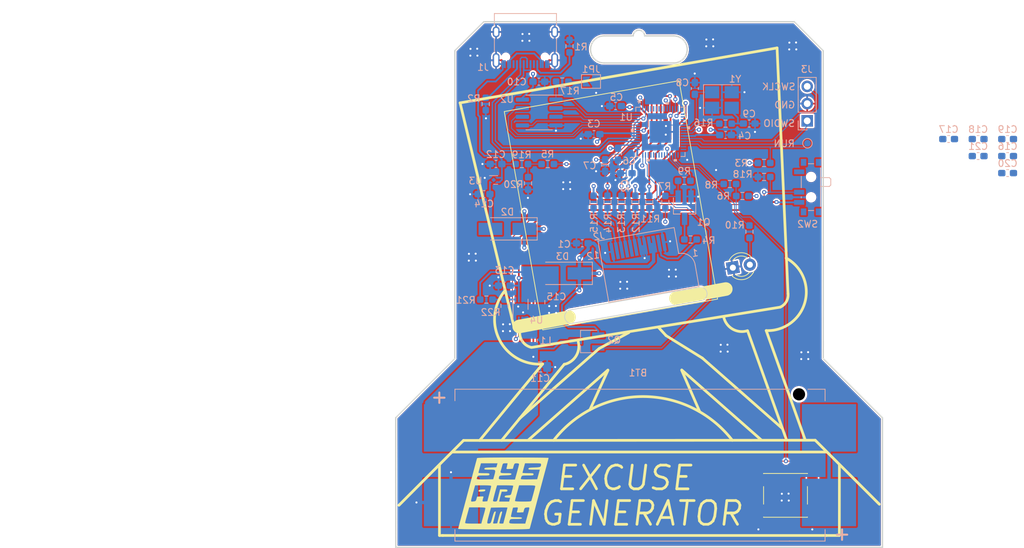
<source format=kicad_pcb>
(kicad_pcb (version 20211014) (generator pcbnew)
  (layers (0 "F.Cu" signal) (1 "In1.Cu" signal) (2 "In2.Cu" signal) (31 "B.Cu" signal) (34 "B.Paste" user) (35 "F.Paste" user) (36 "B.SilkS" user "B.Silkscreen") (37 "F.SilkS" user "F.Silkscreen") (38 "B.Mask" user) (39 "F.Mask" user) (44 "Edge.Cuts" user))
  (net 0 "")
  (net 1 "GND")
  (net 2 "/MCU/VCC3V3")
  (net 3 "/MCU/VCC1V1")
  (net 4 "/MCU/XIN")
  (net 5 "/MCU/XR")
  (net 6 "/Power Management/V_USB")
  (net 7 "/MCU/V_BATT_MEAS")
  (net 8 "Net-(D1-Pad2)")
  (net 9 "Net-(J1-PadA5)")
  (net 10 "/USB_D+")
  (net 11 "/USB_D-")
  (net 13 "Net-(J1-PadB5)")
  (net 15 "/LEDK")
  (net 16 "/LCD_DC")
  (net 17 "/LCD_CS")
  (net 18 "/LCD_CLK")
  (net 19 "/LCD_DIN")
  (net 20 "/LCD_RST")
  (net 21 "/MCU/SWDIO")
  (net 22 "/MCU/SWCLK")
  (net 23 "Net-(L1-Pad2)")
  (net 24 "Net-(Q1-Pad1)")
  (net 25 "/GPIO1")
  (net 26 "/GPIO13")
  (net 27 "/GPIO8")
  (net 28 "/GPIO9")
  (net 29 "/GPIO10")
  (net 30 "/GPIO11")
  (net 31 "/GPIO12")
  (net 32 "/GPIO25")
  (net 33 "/MCU/XOUT")
  (net 34 "/Power Management/V_BATT")
  (net 35 "/Power Management/VCC_3V6_USB")
  (net 36 "Net-(R18-Pad1)")
  (net 37 "/GPIO0")
  (net 38 "/MCU/USB_STATUS")
  (net 39 "/Power Management/VCC_3V6_BATT")
  (net 40 "/GPIO2")
  (net 41 "/GPIO3")
  (net 42 "/GPIO4")
  (net 43 "/GPIO5")
  (net 44 "/GPIO6")
  (net 45 "/GPIO7")
  (net 46 "/GPIO14")
  (net 47 "/GPIO15")
  (net 48 "/GPIO16")
  (net 49 "/GPIO17")
  (net 50 "/GPIO18")
  (net 51 "/GPIO19")
  (net 52 "/GPIO20")
  (net 53 "/GPIO21")
  (net 54 "/GPIO22")
  (net 55 "/GPIO23")
  (net 56 "/GPIO24")
  (net 57 "/GPIO26")
  (net 58 "/GPIO27")
  (net 59 "/GPIO28")
  (net 60 "/MCU/RUN")
  (net 61 "Net-(JP1-Pad2)")
  (net 62 "Net-(R17-Pad2)")
  (net 63 "Net-(R21-Pad2)")
  (net 66 "Net-(BT1-Pad1)")
  (net 67 "Net-(Q1-Pad3)")
  (net 68 "Net-(R6-Pad1)")
  (net 69 "Net-(U1-Pad51)")
  (net 70 "Net-(U1-Pad52)")
  (net 71 "Net-(U1-Pad53)")
  (net 72 "Net-(U1-Pad54)")
  (net 73 "Net-(U1-Pad55)")
  (footprint "Button_Switch_SMD:SW_Push_1P1T_NO_6x6mm_H9.5mm" (layer "F.Cu") (at 118.87 143.06)
    (fp_text reference "SW1" hide)
    (fp_text value "SW_Push")
  )
  (footprint "kt_lcds:st7789-240-240" (layer "F.Cu") (at 92.878058 98.850293 10)
    (fp_text reference "J2")
    (fp_text value "Conn_01x12")
    (fp_line (start -8.6 17.6) (end 10.7 17.6) (layer "Edge.Cuts") (width 0.12))
    (fp_line (start -8.6 15.6) (end 10.7 15.6) (layer "Edge.Cuts") (width 0.12))
    (fp_arc (start -8.6 17.6) (mid -9.6 16.6) (end -8.6 15.6) (layer "Edge.Cuts") (width 0.12))
    (fp_arc (start 10.7 15.6) (mid 11.7 16.6) (end 10.7 17.6) (layer "Edge.Cuts") (width 0.12))
  )
  (footprint "LOGO" (layer "F.Cu") (at 77.259776 142.78)
    (fp_text reference "G***" hide)
    (fp_text value "LOGO" hide)
  )
  (footprint "kt_graphics:obab" (layer "F.Cu") (at 76.941131 128.267327 45)
    (fp_text reference "REF**")
    (fp_text value "obab")
  )
  (footprint "LED_THT:LED_D3.0mm" (layer "F.Cu") (at 111.107977 109.483901 10)
    (fp_text reference "D1" hide)
    (fp_text value "LED")
  )
  (footprint "Resistor_SMD:R_0603_1608Metric_Pad0.98x0.95mm_HandSolder" (layer "B.Cu") (at 94.669484 99.775 -90)
    (fp_text reference "R13")
    (fp_text value "0R")
  )
  (footprint "Resistor_SMD:R_0603_1608Metric_Pad0.98x0.95mm_HandSolder" (layer "B.Cu") (at 83.8025 94.2 180)
    (fp_text reference "R5")
    (fp_text value "0R")
  )
  (footprint "Resistor_SMD:R_0603_1608Metric_Pad0.98x0.95mm_HandSolder" (layer "B.Cu") (at 79.98 94.2)
    (fp_text reference "R19")
    (fp_text value "100kR")
  )
  (footprint "Capacitor_SMD:C_0603_1608Metric_Pad1.08x0.95mm_HandSolder" (layer "B.Cu") (at 151.63 93.02 180)
    (fp_text reference "C16")
    (fp_text value "100nF")
  )
  (footprint "Resistor_SMD:R_0603_1608Metric_Pad0.98x0.95mm_HandSolder" (layer "B.Cu") (at 74.75 114.19)
    (fp_text reference "R21")
    (fp_text value "1MR")
  )
  (footprint "Capacitor_SMD:C_0603_1608Metric_Pad1.08x0.95mm_HandSolder" (layer "B.Cu") (at 147.28 90.51 180)
    (fp_text reference "C18")
    (fp_text value "100nF")
  )
  (footprint "Package_TO_SOT_SMD:SC-59_Handsoldering" (layer "B.Cu") (at 89.59 120.37 180)
    (fp_text reference "Q2")
    (fp_text value "Q_NMOS_GSD")
  )
  (footprint "Capacitor_SMD:C_0805_2012Metric_Pad1.18x1.45mm_HandSolder" (layer "B.Cu") (at 82.64 114.57 -90)
    (fp_text reference "C15")
    (fp_text value "22uF")
  )
  (footprint "Capacitor_SMD:C_0603_1608Metric_Pad1.08x0.95mm_HandSolder" (layer "B.Cu") (at 76.17 94.19)
    (fp_text reference "C12")
    (fp_text value "1uF")
  )
  (footprint "Capacitor_SMD:C_0603_1608Metric_Pad1.08x0.95mm_HandSolder" (layer "B.Cu") (at 113.5125 88.22 180)
    (fp_text reference "C9")
    (fp_text value "15pF")
  )
  (footprint "Crystal:Crystal_SMD_3225-4Pin_3.2x2.5mm_HandSoldering" (layer "B.Cu") (at 109.49 84.75)
    (fp_text reference "Y1")
    (fp_text value "12MHz")
  )
  (footprint "Connector_USB:USB_C_Receptacle_XKB_U262-16XN-4BVC11" (layer "B.Cu") (at 80.51 75.785)
    (fp_text reference "J1")
    (fp_text value "USB_C_Receptacle_USB2.0")
  )
  (footprint "Package_TO_SOT_SMD:SC-59_Handsoldering" (layer "B.Cu") (at 103.983607 100.622499 -90)
    (fp_text reference "Q1")
    (fp_text value "MMSS8050")
  )
  (footprint "Resistor_SMD:R_0603_1608Metric_Pad0.98x0.95mm_HandSolder" (layer "B.Cu") (at 90.556683 99.78 -90)
    (fp_text reference "R15")
    (fp_text value "0R")
  )
  (footprint "Capacitor_SMD:C_0603_1608Metric_Pad1.08x0.95mm_HandSolder" (layer "B.Cu") (at 151.63 90.51 180)
    (fp_text reference "C19")
    (fp_text value "100nF")
  )
  (footprint "Connector_PinHeader_2.54mm:PinHeader_1x03_P2.54mm_Vertical" (layer "B.Cu") (at 122.07 87.825)
    (fp_text reference "J3")
    (fp_text value "Conn_01x03")
  )
  (footprint "Capacitor_SMD:C_0603_1608Metric_Pad1.08x0.95mm_HandSolder" (layer "B.Cu") (at 110.03 89.92 180)
    (fp_text reference "C4")
    (fp_text value "100nF")
  )
  (footprint "Capacitor_SMD:C_0603_1608Metric_Pad1.08x0.95mm_HandSolder" (layer "B.Cu") (at 88.9 105.88)
    (fp_text reference "C1")
    (fp_text value "100nF")
  )
  (footprint "Capacitor_SMD:C_0603_1608Metric_Pad1.08x0.95mm_HandSolder" (layer "B.Cu") (at 93.8 85.64)
    (fp_text reference "C5")
    (fp_text value "100nF")
  )
  (footprint "Resistor_SMD:R_0603_1608Metric_Pad0.98x0.95mm_HandSolder" (layer "B.Cu") (at 96.722924 99.775878 -90)
    (fp_text reference "R12")
    (fp_text value "0R")
  )
  (footprint "Resistor_SMD:R_0603_1608Metric_Pad0.98x0.95mm_HandSolder" (layer "B.Cu") (at 115.71 94.04)
    (fp_text reference "R3")
    (fp_text value "10k")
  )
  (footprint "Button_Switch_SMD:SW_SPDT_PCM12" (layer "B.Cu") (at 122.315 97.6 -90)
    (fp_text reference "SW2")
    (fp_text value "SW_SPDT")
  )
  (footprint "Package_SO:SOIC-8_3.9x4.9mm_P1.27mm" (layer "B.Cu") (at 82.54 86.59 180)
    (fp_text reference "U2")
    (fp_text value "W25Q16JVSNIQ")
  )
  (footprint "Capacitor_SMD:C_0603_1608Metric_Pad1.08x0.95mm_HandSolder" (layer "B.Cu") (at 105.5 83.05 90)
    (fp_text reference "C8")
    (fp_text value "15pF")
  )
  (footprint "Capacitor_SMD:C_0603_1608Metric_Pad1.08x0.95mm_HandSolder" (layer "B.Cu") (at 90.6275 89.79)
    (fp_text reference "C3")
    (fp_text value "100nF")
  )
  (footprint "Resistor_SMD:R_0603_1608Metric_Pad0.98x0.95mm_HandSolder" (layer "B.Cu") (at 110.67 97.14)
    (fp_text reference "R8")
    (fp_text value "0R")
  )
  (footprint "Resistor_SMD:R_0603_1608Metric_Pad0.98x0.95mm_HandSolder" (layer "B.Cu") (at 85.94 82.03 180)
    (fp_text reference "R17")
    (fp_text value "1kR")
  )
  (footprint "kt_Connectors:BH-AAA-B5AA001" (layer "B.Cu") (at 97.41 138.61 180)
    (fp_text reference "BT1")
    (fp_text value "Battery_4term")
  )
  (footprint "Resistor_SMD:R_0603_1608Metric_Pad0.98x0.95mm_HandSolder" (layer "B.Cu") (at 92.613981 99.7725 -90)
    (fp_text reference "R14")
    (fp_text value "0R")
  )
  (footprint "Capacitor_SMD:C_0603_1608Metric_Pad1.08x0.95mm_HandSolder" (layer "B.Cu") (at 94.16 92.74 -90)
    (fp_text reference "C6")
    (fp_text value "2.2uF")
  )
  (footprint "Resistor_SMD:R_0603_1608Metric_Pad0.98x0.95mm_HandSolder" (layer "B.Cu") (at 87.01 76.82 90)
    (fp_text reference "R1")
    (fp_text value "2kR")
  )
  (footprint "Resistor_SMD:R_0603_1608Metric_Pad0.98x0.95mm_HandSolder" (layer "B.Cu") (at 110.02 88.24 180)
    (fp_text reference "R16")
    (fp_text value "1kR")
  )
  (footprint "Capacitor_SMD:C_0603_1608Metric_Pad1.08x0.95mm_HandSolder" (layer "B.Cu") (at 142.93 90.51 180)
    (fp_text reference "C17")
    (fp_text value "100nF")
  )
  (footprint "Capacitor_SMD:C_0805_2012Metric_Pad1.18x1.45mm_HandSolder" (layer "B.Cu") (at 82.68 124.12)
    (fp_text reference "C11")
    (fp_text value "22uF")
  )
  (footprint "Jumper:SolderJumper-2_P1.3mm_Open_TrianglePad1.0x1.5mm" (layer "B.Cu") (at 90.19 82.02 180)
    (fp_text reference "JP1")
    (fp_text value "Jumper_2_Open")
  )
  (footprint "Package_DFN_QFN:UDFN-4-1EP_1x1mm_P0.65mm_EP0.48x0.48mm" (layer "B.Cu") (at 75.82 96.545)
    (fp_text reference "U3")
    (fp_text value "MD5136")
  )
  (footprint "Inductor_SMD:L_1008_2520Metric_Pad1.43x2.20mm_HandSolder" (layer "B.Cu") (at 81.13 120.26 90)
    (fp_text reference "L1")
    (fp_text value "1.5uH")
  )
  (footprint "Capacitor_SMD:C_0603_1608Metric_Pad1.08x0.95mm_HandSolder" (layer "B.Cu") (at 92.27 94.41 90)
    (fp_text reference "C7")
    (fp_text value "2.2uF")
  )
  (footprint "Capacitor_SMD:C_0603_1608Metric_Pad1.08x0.95mm_HandSolder" (layer "B.Cu") (at 82.49 82.05)
    (fp_text reference "C10")
    (fp_text value "100nF")
  )
  (footprint "Resistor_SMD:R_0603_1608Metric_Pad0.98x0.95mm_HandSolder" (layer "B.Cu") (at 101.147427 99.8025 90)
    (fp_text reference "R7")
    (fp_text value "10k")
  )
  (footprint "Resistor_SMD:R_0603_1608Metric_Pad0.98x0.95mm_HandSolder" (layer "B.Cu") (at 104.861107 105.322499 180)
    (fp_text reference "R4")
    (fp_text value "10R")
  )
  (footprint "Resistor_SMD:R_0603_1608Metric_Pad0.98x0.95mm_HandSolder" (layer "B.Cu") (at 112.5075 98.91)
    (fp_text reference "R6")
    (fp_text value "10k")
  )
  (footprint "Resistor_SMD:R_0603_1608Metric_Pad0.98x0.95mm_HandSolder" (layer "B.Cu") (at 115.7125 96.1 180)
    (fp_text reference "R18")
    (fp_text value "1MR")
  )
  (footprint "Diode_SMD:D_SMA_Handsoldering" (layer "B.Cu") (at 77.85 103.76 180)
    (fp_text reference "D2")
    (fp_text value "D_Schottky")
  )
  (footprint "Resistor_SMD:R_0603_1608Metric_Pad0.98x0.95mm_HandSolder" (layer "B.Cu") (at 103.94 96.67 180)
    (fp_text reference "R9")
    (fp_text value "1kR")
  )
  (footprint "Capacitor_SMD:C_0603_1608Metric_Pad1.08x0.95mm_HandSolder" (layer "B.Cu") (at 147.28 93.02 180)
    (fp_text reference "C21")
    (fp_text value "100nF")
  )
  (footprint "Resistor_SMD:R_0603_1608Metric_Pad0.98x0.95mm_HandSolder" (layer "B.Cu") (at 77.43 115.1 -90)
    (fp_text reference "R22")
    (fp_text value "500kR")
  )
  (footprint "Capacitor_SMD:C_0603_1608Metric_Pad1.08x0.95mm_HandSolder" (layer "B.Cu") (at 74.41 98.63)
    (fp_text reference "C14")
    (fp_text value "1uF")
  )
  (footprint "Resistor_SMD:R_0603_1608Metric_Pad0.98x0.95mm_HandSolder" (layer "B.Cu") (at 74.66 85.34 -90)
    (fp_text reference "R2")
    (fp_text value "2kR")
  )
  (footprint "Capacitor_SMD:C_0603_1608Metric_Pad1.08x0.95mm_HandSolder" (layer "B.Cu") (at 95.38 95.55)
    (fp_text reference "C2")
    (fp_text value "2.2uF")
  )
  (footprint "Resistor_SMD:R_0603_1608Metric_Pad0.98x0.95mm_HandSolder" (layer "B.Cu") (at 113.55 104.1725 -90)
    (fp_text reference "R10")
    (fp_text value "330R")
  )
  (footprint "Capacitor_SMD:C_0603_1608Metric_Pad1.08x0.95mm_HandSolder" (layer "B.Cu") (at 151.63 95.53 180)
    (fp_text reference "C20")
    (fp_text value "100nF")
  )
  (footprint "TestPoint:TestPoint_Pad_D1.0mm" (layer "B.Cu") (at 122.11 91.13 180)
    (fp_text reference "TP21" hide)
    (fp_text value "TestPoint")
  )
  (footprint "kt_Package_QFN_DFN:IC57_RP2040" (layer "B.Cu") (at 100.42 89.45 -90)
    (fp_text reference locked "U1")
    (fp_text value locked "RP2040" hide)
  )
  (footprint "Resistor_SMD:R_0603_1608Metric_Pad0.98x0.95mm_HandSolder" (layer "B.Cu") (at 80.9 97.04 -90)
    (fp_text reference "R20")
    (fp_text value "150kR")
  )
  (footprint "Resistor_SMD:R_0603_1608Metric_Pad0.98x0.95mm_HandSolder" (layer "B.Cu") (at 98.778169 99.7825 -90)
    (fp_text reference "R11")
    (fp_text value "0R")
  )
  (footprint "Diode_SMD:D_SMA_Handsoldering" (layer "B.Cu") (at 85.98 110.32 180)
    (fp_text reference "D3")
    (fp_text value "D_Schottky")
  )
  (footprint "Package_DFN_QFN:DFN-8-1EP_3x2mm_P0.5mm_EP1.7x1.4mm" (layer "B.Cu") (at 79.79 115.630834 90)
    (fp_text reference "U4")
    (fp_text value "SY7088DGC")
  )
  (footprint "Capacitor_SMD:C_0603_1608Metric_Pad1.08x0.95mm_HandSolder" (layer "B.Cu") (at 77.4 112.13)
    (fp_text reference "C13")
    (fp_text value "1uF")
  )
  (gr_line (start 68.33 148.98) (end 124.87 148.98) (layer "F.SilkS") (width 0.4))
  (gr_line (start 106.21 130.71) (end 103.561606 124.617499) (layer "F.SilkS") (width 0.4))
  (gr_line (start 92.673607 124.632499) (end 90.02 130.45) (layer "F.SilkS") (width 0.4))
  (gr_line (start 70.873607 85.172499) (end 117.623607 77.072499) (layer "F.SilkS") (width 0.4))
  (gr_line (start 123.25 134.93) (end 132.71 144.37) (layer "F.SilkS") (width 0.4))
  (gr_line (start 126.81 148.96) (end 126.82 138.64) (layer "F.SilkS") (width 0.4))
  (gr_line (start 68.32 148.98) (end 67.84 148.98) (layer "F.SilkS") (width 0.4))
  (gr_line (start 119.243607 113.332499) (end 117.623607 77.072499) (layer "F.SilkS") (width 0.4))
  (gr_line (start 92.673607 124.577499) (end 80.913607 134.927499) (layer "F.SilkS") (width 0.4))
  (gr_line (start 81.413607 121.242499) (end 118.103607 115.302499) (layer "F.SilkS") (width 0.4))
  (gr_line (start 91.373607 121.412499) (end 79.613607 131.762499) (layer "F.SilkS") (width 0.4))
  (gr_line (start 78.863607 118.382499) (end 70.873607 85.172499) (layer "F.SilkS") (width 0.4))
  (gr_arc (start 84.685536 134.942499) (mid 97.856726 128.49) (end 111.027916 134.942499) (layer "F.SilkS") (width 0.4))
  (gr_line (start 69.73 136.67) (end 124.85 136.67) (layer "F.SilkS") (width 0.4))
  (gr_line (start 113.273608 118.777499) (end 119.033608 134.927499) (layer "F.SilkS") (width 0.4))
  (gr_line (start 67.83 148.98) (end 67.83 138.57) (layer "F.SilkS") (width 0.4))
  (gr_line (start 115.321606 134.912499) (end 103.561606 124.562499) (layer "F.SilkS") (width 0.4))
  (gr_arc (start 113.239389 118.783302) (mid 111.053835 118.532109) (end 109.759389 116.753302) (layer "F.SilkS") (width 0.4))
  (gr_arc (start 119.243607 113.332499) (mid 118.988394 114.493338) (end 118.108607 115.292499) (layer "F.SilkS") (width 0.4))
  (gr_line (start 116.023607 118.762499) (end 121.783607 134.912499) (layer "F.SilkS") (width 0.4))
  (gr_line (start 83.053607 123.672499) (end 73.763607 134.952499) (layer "F.SilkS") (width 0.4))
  (gr_line (start 124.87 148.98) (end 126.81 148.98) (layer "F.SilkS") (width 0.4))
  (gr_line (start 118.368571 133.166039) (end 106.608571 122.816039) (layer "F.SilkS") (width 0.4))
  (gr_line (start 101.253607 119.502499) (end 100.183607 118.342499) (layer "F.SilkS") (width 0.4))
  (gr_arc (start 88.263607 120.262499) (mid 88.012414 122.448053) (end 86.233607 123.742499) (layer "F.SilkS") (width 0.4))
  (gr_arc (start 81.313607 121.222499) (mid 80.153964 120.462894) (end 79.673607 119.162499) (layer "F.SilkS") (width 0.4))
  (gr_arc (start 118.963607 108.062499) (mid 121.733965 114.577607) (end 116.023607 118.762499) (layer "F.SilkS") (width 0.4))
  (gr_arc (start 83.053607 123.692499) (mid 76.676747 120.106989) (end 77.52 112.84) (layer "F.SilkS") (width 0.4))
  (gr_line (start 91.403607 121.392499) (end 95.763607 119.052499) (layer "F.SilkS") (width 0.4))
  (gr_line (start 71.38 134.96) (end 61.86 144.52) (layer "F.SilkS") (width 0.4))
  (gr_line (start 86.253607 123.712499) (end 77 134.96) (layer "F.SilkS") (width 0.4))
  (gr_line (start 106.608571 122.816039) (end 101.253607 119.502499) (layer "F.SilkS") (width 0.4))
  (gr_line (start 110.063607 112.632499) (end 102.713607 114.002499) (layer "F.SilkS") (width 2))
  (gr_line (start 71.38 134.96) (end 123.25 134.93) (layer "F.SilkS") (width 0.4))
  (gr_line (start 86.943607 116.782499) (end 79.593607 118.152499) (layer "F.SilkS") (width 2))
  (gr_line (start 133.17 150.74) (end 61.4 150.74) (layer "Edge.Cuts") (width 0.2))
  (gr_arc (start 92.11 79.294745) (mid 90.109356 77.288414) (end 92.122658 75.294785) (layer "Edge.Cuts") (width 0.2))
  (gr_arc (start 96.41 75.294745) (mid 97.25 74.454745) (end 98.09 75.294745) (layer "Edge.Cuts") (width 0.2))
  (gr_line (start 61.38 131.62) (end 61.4 150.74) (layer "Edge.Cuts") (width 0.2))
  (gr_line (start 70.1 122.9) (end 61.38 131.62) (layer "Edge.Cuts") (width 0.2))
  (gr_line (start 98.09 75.294745) (end 102.38 75.294745) (layer "Edge.Cuts") (width 0.2))
  (gr_line (start 74.38 73.205241) (end 120.16 73.20376) (layer "Edge.Cuts") (width 0.2))
  (gr_line (start 133.17 131.628706) (end 133.17 150.74) (layer "Edge.Cuts") (width 0.2))
  (gr_line (start 96.41 75.294745) (end 92.122658 75.294785) (layer "Edge.Cuts") (width 0.2))
  (gr_line (start 124.425 77.488215) (end 124.44 122.898706) (layer "Edge.Cuts") (width 0.2))
  (gr_line (start 70.1 122.9) (end 70.11 77.475241) (layer "Edge.Cuts") (width 0.2))
  (gr_arc (start 102.38 75.294745) (mid 104.380644 77.301076) (end 102.367342 79.294705) (layer "Edge.Cuts") (width 0.2))
  (gr_line (start 70.11 77.475241) (end 74.38 73.205241) (layer "Edge.Cuts") (width 0.2))
  (gr_line (start 120.16 73.20376) (end 124.425 77.488215) (layer "Edge.Cuts") (width 0.2))
  (gr_line (start 102.367342 79.294705) (end 92.11 79.294745) (layer "Edge.Cuts") (width 0.2))
  (gr_line (start 124.44 122.898706) (end 133.17 131.628706) (layer "Edge.Cuts") (width 0.2))
  (gr_text "RUN" (at 118.68 91.18) (layer "B.SilkS") (effects (font (size 1 1)) (justify mirror)))
  (gr_text "SWCLK" (at 117.86 82.79) (layer "B.SilkS") (effects (font (size 1 1)) (justify mirror)))
  (gr_text "SWDIO" (at 117.93 88.2) (layer "B.SilkS") (effects (font (size 1 1)) (justify mirror)))
  (gr_text "GND" (at 118.75 85.48) (layer "B.SilkS") (effects (font (size 1 1)) (justify mirror)))
  (gr_text "EXCUSE" (at 84.749776 140.5) (layer "F.SilkS") (effects (font (size 3.5 3.5) (thickness 0.4) italic) (justify left)))
  (gr_text "GENERATOR" (at 82.379776 145.73) (layer "F.SilkS") (effects (font (size 3.5 3.5) (thickness 0.4) italic) (justify left)))
  (segment (start 122.845 145.31) (end 122.845 148.065) (width 0.5) (layer "F.Cu") (net 1))
  (segment (start 114.895 148.055) (end 114.87 148.08) (width 0.5) (layer "F.Cu") (net 1))
  (segment (start 122.845 148.065) (end 122.82 148.09) (width 0.5) (layer "F.Cu") (net 1))
  (segment (start 114.895 145.31) (end 114.895 148.055) (width 0.5) (layer "F.Cu") (net 1))
  (via (at 75.25 112.13) (size 0.6) (drill 0.3) (layers "F.Cu" "B.Cu") (net 1))
  (via (at 107.2 75.83) (size 0.6) (drill 0.3) (layers "F.Cu" "B.Cu") (net 1))
  (via (at 74.17 94.19) (size 0.6) (drill 0.3) (layers "F.Cu" "B.Cu") (net 1))
  (via (at 94.51 111.58) (size 0.6) (drill 0.3) (layers "F.Cu" "B.Cu") (net 1))
  (via (at 95.53 112.58) (size 0.6) (drill 0.3) (layers "F.Cu" "B.Cu") (net 1))
  (via (at 78.24 118.84) (size 0.6) (drill 0.3) (layers "F.Cu" "B.Cu") (net 1))
  (via (at 77.2 118.84) (size 0.6) (drill 0.3) (layers "F.Cu" "B.Cu") (net 1))
  (via (at 73.4 77.19) (size 0.6) (drill 0.3) (layers "F.Cu" "B.Cu") (net 1))
  (via (at 109.32 120.86) (size 0.6) (drill 0.3) (layers "F.Cu" "B.Cu") (net 1))
  (via (at 74.69 87.45) (size 0.6) (drill 0.3) (layers "F.Cu" "B.Cu") (net 1))
  (via (at 92.27 107.3) (size 0.6) (drill 0.3) (layers "F.Cu" "B.Cu") (net 1))
  (via (at 80.08 75.02) (size 0.6) (drill 0.3) (layers "F.Cu" "B.Cu") (net 1))
  (via (at 95.5 111.56) (size 0.6) (drill 0.3) (layers "F.Cu" "B.Cu") (net 1))
  (via (at 81.07 75) (size 0.6) (drill 0.3) (layers "F.Cu" "B.Cu") (net 1))
  (via (at 108.19 75.81) (size 0.6) (drill 0.3) (layers "F.Cu" "B.Cu") (net 1))
  (via (at 121.21 121.96) (size 0.6) (drill 0.3) (layers "F.Cu" "B.Cu") (net 1))
  (via (at 105.48 80.85) (size 0.6) (drill 0.3) (layers "F.Cu" "B.Cu") (net 1))
  (via (at 74.51 96.24) (size 0.6) (drill 0.3) (layers "F.Cu" "B.Cu") (net 1))
  (via (at 107.18 76.83) (size 0.6) (drill 0.3) (layers "F.Cu" "B.Cu") (net 1))
  (via (at 122.23 122.96) (size 0.6) (drill 0.3) (layers "F.Cu" "B.Cu") (net 1))
  (via (at 106.28 85.92) (size 0.6) (drill 0.3) (layers "F.Cu" "B.Cu") (net 1))
  (via (at 105.99 99.01) (size 0.6) (drill 0.3) (layers "F.Cu" "B.Cu") (net 1))
  (via (at 69.53 139.65) (size 0.6) (drill 0.3) (layers "F.Cu" "B.Cu") (net 1))
  (via (at 73.17 107.42) (size 0.6) (drill 0.3) (layers "F.Cu" "B.Cu") (net 1))
  (via (at 118.31 143.83) (size 0.6) (drill 0.3) (layers "F.Cu" "B.Cu") (net 1))
  (via (at 108.63 95.08) (size 0.6) (drill 0.3) (layers "F.Cu" "B.Cu") (net 1))
  (via (at 109.3 121.86) (size 0.6) (drill 0.3) (layers "F.Cu" "B.Cu") (net 1))
  (via (at 101.69 109.79) (size 0.6) (drill 0.3) (layers "F.Cu" "B.Cu") (net 1))
  (via (at 108.22 76.83) (size 0.6) (drill 0.3) (layers "F.Cu" "B.Cu") (net 1))
  (via (at 110.31 120.84) (size 0.6) (drill 0.3) (layers "F.Cu" "B.Cu") (net 1))
  (via (at 73.43 78.21) (size 0.6) (drill 0.3) (layers "F.Cu" "B.Cu") (net 1))
  (via (at 101.67 110.79) (size 0.6) (drill 0.3) (layers "F.Cu" "B.Cu") (net 1))
  (via (at 85.01 115.13) (size 0.6) (drill 0.3) (layers "F.Cu" "B.Cu") (net 1))
  (via (at 119.35 143.83) (size 0.6) (drill 0.3) (layers "F.Cu" "B.Cu") (net 1))
  (via (at 81.1 76.02) (size 0.6) (drill 0.3) (layers "F.Cu" "B.Cu") (net 1))
  (via (at 80.17 116.07) (size 0.6) (drill 0.3) (layers "F.Cu" "B.Cu") (net 1))
  (via (at 80.06 76.02) (size 0.6) (drill 0.3) (layers "F.Cu" "B.Cu") (net 1))
  (via (at 122.2 121.94) (size 0.6) (drill 0.3) (layers "F.Cu" "B.Cu") (net 1))
  (via (at 98.09 108.07) (size 0.6) (drill 0.3) (layers "F.Cu" "B.Cu") (net 1))
  (via (at 73.2 108.44) (size 0.6) (drill 0.3) (layers "F.Cu" "B.Cu") (net 1))
  (via (at 84.9 124.14) (size 0.6) (drill 0.3) (layers "F.Cu" "B.Cu") (net 1))
  (via (at 101.85 105.59) (size 0.6) (drill 0.3) (layers "F.Cu" "B.Cu") (net 1))
  (via (at 119.44 76.29) (size 0.6) (drill 0.3) (layers "F.Cu" "B.Cu") (net 1))
  (via (at 87.12 97.89) (size 0.6) (drill 0.3) (layers "F.Cu" "B.Cu") (net 1))
  (via (at 86.08 97.89) (size 0.6) (drill 0.3) (layers "F.Cu" "B.Cu") (net 1))
  (via (at 85.04 116.15) (size 0.6) (drill 0.3) (layers "F.Cu" "B.Cu") (net 1))
  (via (at 94.49 112.58) (size 0.6) (drill 0.3) (layers "F.Cu" "B.Cu") (net 1))
  (via (at 64.44 144.11) (size 0.6) (drill 0.3) (layers "F.Cu" "B.Cu") (net 1))
  (via (at 77.22 117.84) (size 0.6) (drill 0.3) (layers "F.Cu" "B.Cu") (net 1))
  (via (at 114.87 148.08) (size 0.6) (drill 0.3) (layers "F.Cu" "B.Cu") (net 1))
  (via (at 101.21 89.86) (size 0.6) (drill 0.3) (layers "F.Cu" "B.Cu") (net 1))
  (via (at 93.79 96.56) (size 0.6) (drill 0.3) (layers "F.Cu" "B.Cu") (net 1))
  (via (at 80.88 99.19) (size 0.6) (drill 0.3) (layers "F.Cu" "B.Cu") (net 1))
  (via (at 119.32 142.81) (size 0.6) (drill 0.3) (layers "F.Cu" "B.Cu") (net 1))
  (via (at 120.43 76.27) (size 0.6) (drill 0.3) (layers "F.Cu" "B.Cu") (net 1))
  (via (at 72.18 107.44) (size 0.6) (drill 0.3) (layers "F.Cu" "B.Cu") (net 1))
  (via (at 104.37 93.58) (size 0.6) (drill 0.3) (layers "F.Cu" "B.Cu") (net 1))
  (via (at 84 116.15) (size 0.6) (drill 0.3) (layers "F.Cu" "B.Cu") (net 1))
  (via (at 88.67 90.46) (size 0.6) (drill 0.3) (layers "F.Cu" "B.Cu") (net 1))
  (via (at 91.79 85.65) (size 0.6) (drill 0.3) (layers "F.Cu" "B.Cu") (net 1))
  (via (at 122.82 148.09) (size 0.6) (drill 0.3) (layers "F.Cu" "B.Cu") (net 1))
  (via (at 121.19 122.96) (size 0.6) (drill 0.3) (layers "F.Cu" "B.Cu") (net 1))
  (via (at 72.16 108.44) (size 0.6) (drill 0.3) (layers "F.Cu" "B.Cu") (net 1))
  (via (at 90.93 95.26) (size 0.6) (drill 0.3) (layers "F.Cu" "B.Cu") (net 1))
  (via (at 90.94 83.7) (size 0.6) (drill 0.3) (layers "F.Cu" "B.Cu") (net 1))
  (via (at 76.52 110.9) (size 0.6) (drill 0.3) (layers "F.Cu" "B.Cu") (net 1))
  (via (at 114.37 89.46) (size 0.6) (drill 0.3) (layers "F.Cu" "B.Cu") (net 1))
  (via (at 87.09 96.87) (size 0.6) (drill 0.3) (layers "F.Cu" "B.Cu") (net 1))
  (via (at 84.02 115.15) (size 0.6) (drill 0.3) (layers "F.Cu" "B.Cu") (net 1))
  (via (at 86.1 96.89) (size 0.6) (drill 0.3) (layers "F.Cu" "B.Cu") (net 1))
  (via (at 72.35 98.65) (size 0.6) (drill 0.3) (layers "F.Cu" "B.Cu") (net 1))
  (via (at 110.34 121.86) (size 0.6) (drill 0.3) (layers "F.Cu" "B.Cu") (net 1))
  (via (at 118.33 142.83) (size 0.6) (drill 0.3) (layers "F.Cu" "B.Cu") (net 1))
  (via (at 119.42 77.29) (size 0.6) (drill 0.3) (layers "F.Cu" "B.Cu") (net 1))
  (via (at 102.68 109.77) (size 0.6) (drill 0.3) (layers "F.Cu" "B.Cu") (net 1))
  (via (at 79.45 115.21) (size 0.6) (drill 0.3) (layers "F.Cu" "B.Cu") (net 1))
  (via (at 72.39 78.21) (size 0.6) (drill 0.3) (layers "F.Cu" "B.Cu") (net 1))
  (via (at 85.01 89.27) (size 0.6) (drill 0.3) (layers "F.Cu" "B.Cu") (net 1))
  (via (at 102.71 110.79) (size 0.6) (drill 0.3) (layers "F.Cu" "B.Cu") (net 1))
  (via (at 78.21 117.82) (size 0.6) (drill 0.3) (layers "F.Cu" "B.Cu") (net 1))
  (via (at 101.24 88.59) (size 0.6) (drill 0.3) (layers "F.Cu" "B.Cu") (net 1))
  (via (at 112.82 83.6) (size 0.6) (drill 0.3) (layers "F.Cu" "B.Cu") (net 1))
  (via (at 120.46 77.29) (size 0.6) (drill 0.3) (layers "F.Cu" "B.Cu") (net 1))
  (via (at 72.41 77.21) (size 0.6) (drill 0.3) (layers "F.Cu" "B.Cu") (net 1))
  (segment (start 108.04 85.9) (end 106.3 85.9) (width 0.127) (layer "B.Cu") (net 1))
  (segment (start 72.37 98.63) (end 72.35 98.65) (width 0.127) (layer "B.Cu") (net 1))
  (segment (start 101.380001 88.449999) (end 101.24 88.59) (width 0.127) (layer "B.Cu") (net 1))
  (segment (start 79.79 115.630834) (end 79.79 115.55) (width 0.254) (layer "B.Cu") (net 1))
  (segment (start 100.896627 105.765408) (end 101.85 105.59) (width 0.254) (layer "B.Cu") (net 1))
  (segment (start 110.94 83.6) (end 112.82 83.6) (width 0.127) (layer "B.Cu") (net 1))
  (segment (start 104.933607 98.972499) (end 105.952499 98.972499) (width 0.127) (layer "B.Cu") (net 1))
  (segment (start 76.5375 110.9175) (end 76.52 110.9) (width 0.254) (layer "B.Cu") (net 1))
  (segment (start 83.86 79.455) (end 84.265 79.455) (width 0.254) (layer "B.Cu") (net 1))
  (segment (start 83.7175 124.12) (end 84.88 124.12) (width 0.254) (layer "B.Cu") (net 1))
  (segment (start 97.4498 106.373176) (end 97.801213 106.311213) (width 0.254) (layer "B.Cu") (net 1))
  (segment (start 69.535 139.655) (end 69.53 139.65) (width 0.5) (layer "B.Cu") (net 1))
  (segment (start 75.3075 94.19) (end 74.17 94.19) (width 0.127) (layer "B.Cu") (net 1))
  (segment (start 94.5175 95.55) (end 94.5175 95.8325) (width 0.254) (layer "B.Cu") (net 1))
  (segment (start 105.5 80.87) (end 105.48 80.85) (width 0.127) (layer "B.Cu") (net 1))
  (segment (start 92.9375 85.64) (end 91.8 85.64) (width 0.127) (layer "B.Cu") (net 1))
  (segment (start 85.015 88.495) (end 85.015 89.265) (width 0.127) (layer "B.Cu") (net 1))
  (segment (start 90.915 83.675) (end 90.94 83.7) (width 0.127) (layer "B.Cu") (net 1))
  (segment (start 103.8236 88.449999) (end 101.380001 88.449999) (width 0.127) (layer "B.Cu") (net 1))
  (segment (start 77.16 79.455) (end 76.755 79.455) (width 0.254) (layer "B.Cu") (net 1))
  (segment (start 91.8 85.64) (end 91.79 85.65) (width 0.127) (layer "B.Cu") (net 1))
  (segment (start 80.9 97.9525) (end 80.9 99.17) (width 0.127) (layer "B.Cu") (net 1))
  (segment (start 74.53 96.22) (end 74.51 96.24) (width 0.127) (layer "B.Cu") (net 1))
  (segment (start 84.265 79.455) (end 84.83 78.89) (width 0.254) (layer "B.Cu") (net 1))
  (segment (start 76.5375 112.13) (end 75.25 112.13) (width 0.254) (layer "B.Cu") (net 1))
  (segment (start 84.88 124.12) (end 84.9 124.14) (width 0.254) (layer "B.Cu") (net 1))
  (segment (start 76.755 79.455) (end 76.19 78.89) (width 0.254) (layer "B.Cu") (net 1))
  (segment (start 93.313607 107.102499) (end 92.27 107.3) (width 0.254) (layer "B.Cu") (net 1))
  (segment (start 89.765 89.79) (end 89.34 89.79) (width 0.254) (layer "B.Cu") (net 1))
  (segment (start 94.5175 95.8325) (end 93.79 96.56) (width 0.254) (layer "B.Cu") (net 1))
  (segment (start 69.535 144.11) (end 69.535 139.655) (width 0.5) (layer "B.Cu") (net 1))
  (segment (start 114.37 88.225) (end 114.375 88.22) (width 0.127) (layer "B.Cu") (net 1))
  (segment (start 74.66 87.42) (end 74.69 87.45) (width 0.254) (layer "B.Cu") (net 1))
  (segment (start 90.9425 95.2725) (end 90.93 95.26) (width 0.127) (layer "B.Cu") (net 1))
  (segment (start 114.37 89.46) (end 114.37 88.225) (width 0.127) (layer "B.Cu") (net 1))
  (segment (start 69.535 144.11) (end 64.44 144.11) (width 0.5) (layer "B.Cu") (net 1))
  (segment (start 90.915 82.02) (end 90.915 83.675) (width 0.127) (layer "B.Cu") (net 1))
  (segment (start 75.28 96.22) (end 74.53 96.22) (width 0.127) (layer "B.Cu") (net 1))
  (segment (start 105.5 82.1875) (end 105.5 80.87) (width 0.127) (layer "B.Cu") (net 1))
  (segment (start 106.3 85.9) (end 106.28 85.92) (width 0.127) (layer "B.Cu") (net 1))
  (segment (start 73.5475 98.63) (end 72.37 98.63) (width 0.127) (layer "B.Cu") (net 1))
  (segment (start 89.34 89.79) (end 88.67 90.46) (width 0.254) (layer "B.Cu") (net 1))
  (segment (start 80.17 116.07) (end 79.79 115.69) (width 0.254) (layer "B.Cu") (net 1))
  (segment (start 85.015 89.265) (end 85.01 89.27) (width 0.127) (layer "B.Cu") (net 1))
  (segment (start 79.79 115.55) (end 79.45 115.21) (width 0.254) (layer "B.Cu") (net 1))
  (segment (start 79.79 115.69) (end 79.79 115.630834) (width 0.254) (layer "B.Cu") (net 1))
  (segment (start 97.801213 106.311213) (end 98.09 108.07) (width 0.254) (layer "B.Cu") (net 1))
  (segment (start 97.801213 106.311213) (end 98.139165 106.251623) (width 0.254) (layer "B.Cu") (net 1))
  (segment (start 105.952499 98.972499) (end 105.99 99.01) (width 0.127) (layer "B.Cu") (net 1))
  (segment (start 74.66 86.2525) (end 74.66 87.42) (width 0.254) (layer "B.Cu") (net 1))
  (segment (start 92.27 95.2725) (end 90.9425 95.2725) (width 0.127) (layer "B.Cu") (net 1))
  (segment (start 76.5375 112.13) (end 76.5375 110.9175) (width 0.254) (layer "B.Cu") (net 1))
  (segment (start 80.9 99.17) (end 80.88 99.19) (width 0.127) (layer "B.Cu") (net 1))
  (via (at 90.94 93.55) (size 0.6) (drill 0.3) (layers "F.Cu" "B.Cu") (net 2))
  (via (at 91.39 110.31) (size 0.6) (drill 0.3) (layers "F.Cu" "B.Cu") (net 2))
  (via (at 101.21 84.82) (size 0.6) (drill 0.3) (layers "F.Cu" "B.Cu") (net 2))
  (via (at 83.21 103.75) (size 0.6) (drill 0.3) (layers "F.Cu" "B.Cu") (net 2))
  (via (at 95.69 97.47) (size 0.6) (drill 0.3) (layers "F.Cu" "B.Cu") (net 2))
  (via (at 97.44 84.38) (size 0.6) (drill 0.3) (layers "F.Cu" "B.Cu") (net 2))
  (via (at 113.57 94.01) (size 0.6) (drill 0.3) (layers "F.Cu" "B.Cu") (net 2))
  (via (at 101.14 102.71) (size 0.6) (drill 0.3) (layers "F.Cu" "B.Cu") (net 2))
  (via (at 97.74 94.42) (size 0.6) (drill 0.3) (layers "F.Cu" "B.Cu") (net 2))
  (via (at 80.35 106.53) (size 0.6) (drill 0.3) (layers "F.Cu" "B.Cu") (net 2))
  (via (at 88.48 108.03) (size 0.6) (drill 0.3) (layers "F.Cu" "B.Cu") (net 2))
  (via (at 80.36 101.17) (size 0.6) (drill 0.3) (layers "F.Cu" "B.Cu") (net 2))
  (via (at 88.46 112.83) (size 0.6) (drill 0.3) (layers "F.Cu" "B.Cu") (net 2))
  (via (at 101.42 91.95) (size 0.6) (drill 0.3) (layers "F.Cu" "B.Cu") (net 2))
  (via (at 91.08 90.91) (size 0.6) (drill 0.3) (layers "F.Cu" "B.Cu") (net 2))
  (via (at 114.59 98.91) (size 0.6) (drill 0.3) (layers "F.Cu" "B.Cu") (net 2))
  (via (at 106.11 89.13) (size 0.6) (drill 0.3) (layers "F.Cu" "B.Cu") (net 2))
  (via (at 81.63 80.9) (size 0.6) (drill 0.3) (layers "F.Cu" "B.Cu") (net 2))
  (segment (start 106.11 89.13) (end 105.67 89.13) (width 0.127) (layer "B.Cu") (net 2))
  (segment (start 88.48 110.32) (end 91.38 110.32) (width 0.5) (layer "B.Cu") (net 2))
  (segment (start 92.27 93.5475) (end 90.9425 93.5475) (width 0.127) (layer "B.Cu") (net 2))
  (segment (start 88.48 112.81) (end 88.46 112.83) (width 0.5) (layer "B.Cu") (net 2))
  (segment (start 92.4925 93.5475) (end 93.29 92.75) (width 0.127) (layer "B.Cu") (net 2))
  (segment (start 96.37 91.74) (end 96.459999 91.650001) (width 0.127) (layer "B.Cu") (net 2))
  (segment (start 91.63 89.65) (end 96.09 89.65) (width 0.254) (layer "B.Cu") (net 2))
  (segment (start 81.6275 82.05) (end 81.6275 80.9025) (width 0.254) (layer "B.Cu") (net 2))
  (segment (start 99.396342 106.130069) (end 99.517896 106.008515) (width 0.25) (layer "B.Cu") (net 2))
  (segment (start 81.6275 82.05) (end 81.6275 82.8425) (width 0.254) (layer "B.Cu") (net 2))
  (segment (start 101.420001 85.030001) (end 101.420001 86.0464) (width 0.127) (layer "B.Cu") (net 2))
  (segment (start 99.41 107.21) (end 99.41 108.56) (width 0.5) (layer "B.Cu") (net 2))
  (segment (start 105.15 89.65) (end 103.8236 89.65) (width 0.127) (layer "B.Cu") (net 2))
  (segment (start 96.09 89.65) (end 97.0164 89.65) (width 0.254) (layer "B.Cu") (net 2))
  (segment (start 89.7625 105.88) (end 89.7625 106.7475) (width 0.5) (layer "B.Cu") (net 2))
  (segment (start 91.24 118.77) (end 90.68 118.21) (width 0.254) (layer "B.Cu") (net 2))
  (segment (start 80.35 103.76) (end 80.35 101.18) (width 0.5) (layer "B.Cu") (net 2))
  (segment (start 96.2425 94.0175) (end 97.0164 93.2436) (width 0.254) (layer "B.Cu") (net 2))
  (segment (start 96.2425 95.55) (end 96.2425 94.0175) (width 0.254) (layer "B.Cu") (net 2))
  (segment (start 114.7975 94.04) (end 113.6 94.04) (width 0.127) (layer "B.Cu") (net 2))
  (segment (start 91.14 108.26) (end 91.14 106.44) (width 0.5) (layer "B.Cu") (net 2))
  (segment (start 114.59 98.91) (end 113.42 98.91) (width 0.127) (layer "B.Cu") (net 2))
  (segment (start 97.0164 90.049999) (end 96.299999 90.049999) (width 0.254) (layer "B.Cu") (net 2))
  (segment (start 80.35 101.18) (end 80.36 101.17) (width 0.5) (layer "B.Cu") (net 2))
  (segment (start 83.2 103.76) (end 83.21 103.75) (width 0.5) (layer "B.Cu") (net 2))
  (segment (start 91.51 90.48) (end 91.51 89.81) (width 0.254) (layer "B.Cu") (net 2))
  (segment (start 101.21 84.82) (end 101.420001 85.030001) (width 0.127) (layer "B.Cu") (net 2))
  (segment (start 113.6 94.04) (end 113.57 94.01) (width 0.127) (layer "B.Cu") (net 2))
  (segment (start 105.67 89.13) (end 105.15 89.65) (width 0.127) (layer "B.Cu") (net 2))
  (segment (start 91.49 89.79) (end 91.63 89.65) (width 0.254) (layer "B.Cu") (net 2))
  (segment (start 97.82 84.76) (end 97.82 86.0464) (width 0.127) (layer "B.Cu") (net 2))
  (segment (start 97.82 94.34) (end 97.74 94.42) (width 0.127) (layer "B.Cu") (net 2))
  (segment (start 99.16988 106.06988) (end 98.828531 106.130069) (width 0.25) (layer "B.Cu") (net 2))
  (segment (start 92.27 93.5475) (end 92.4925 93.5475) (width 0.127) (layer "B.Cu") (net 2))
  (segment (start 97.82 92.8536) (end 97.82 94.34) (width 0.127) (layer "B.Cu") (net 2))
  (segment (start 90.58 105.88) (end 89.7625 105.88) (width 0.5) (layer "B.Cu") (net 2))
  (segment (start 91.08 90.91) (end 91.51 90.48) (width 0.254) (layer "B.Cu") (net 2))
  (segment (start 90.9425 93.5475) (end 90.94 93.55) (width 0.127) (layer "B.Cu") (net 2))
  (segment (start 80.35 103.76) (end 83.2 103.76) (width 0.5) (layer "B.Cu") (net 2))
  (segment (start 97.0164 93.2436) (end 97.0164 92.05) (width 0.254) (layer "B.Cu") (net 2))
  (segment (start 88.48 112.4) (end 88.48 112.81) (width 0.5) (layer "B.Cu") (net 2))
  (segment (start 96.459999 91.650001) (end 97.0164 91.650001) (width 0.127) (layer "B.Cu") (net 2))
  (segment (start 99.517896 106.008515) (end 99.16988 106.06988) (width 0.25) (layer "B.Cu") (net 2))
  (segment (start 97.44 84.38) (end 97.82 84.76) (width 0.127) (layer "B.Cu") (net 2))
  (segment (start 81.6275 82.8425) (end 80.065 84.405) (width 0.254) (layer "B.Cu") (net 2))
  (segment (start 101.420001 92.8536) (end 101.42 91.95) (width 0.127) (layer "B.Cu") (net 2))
  (segment (start 99.16988 106.96988) (end 99.41 107.21) (width 0.5) (layer "B.Cu") (net 2))
  (segment (start 80.065 84.405) (end 80.065 84.685) (width 0.254) (layer "B.Cu") (net 2))
  (segment (start 98.66 109.31) (end 92.19 109.31) (width 0.5) (layer "B.Cu") (net 2))
  (segment (start 99.16988 106.06988) (end 99.16988 106.96988) (width 0.5) (layer "B.Cu") (net 2))
  (segment (start 92.19 109.31) (end 91.14 108.26) (width 0.5) (layer "B.Cu") (net 2))
  (segment (start 86.850087 118.21) (end 85.905575 117.265488) (width 0.254) (layer "B.Cu") (net 2))
  (segment (start 91.14 106.44) (end 90.58 105.88) (width 0.5) (layer "B.Cu") (net 2))
  (segment (start 95.69 96.69) (end 95.69 97.47) (width 0.254) (layer "B.Cu") (net 2))
  (segment (start 96.2425 96.1375) (end 95.69 96.69) (width 0.254) (layer "B.Cu") (net 2))
  (segment (start 88.48 110.32) (end 88.48 108.03) (width 0.5) (layer "B.Cu") (net 2))
  (segment (start 96.2425 95.55) (end 96.2425 96.1375) (width 0.254) (layer "B.Cu") (net 2))
  (segment (start 85.905575 114.974425) (end 88.48 112.4) (width 0.254) (layer "B.Cu") (net 2))
  (segment (start 91.51 89.81) (end 91.49 89.79) (width 0.254) (layer "B.Cu") (net 2))
  (segment (start 91.24 119.42) (end 91.24 118.77) (width 0.254) (layer "B.Cu") (net 2))
  (segment (start 99.41 108.56) (end 98.66 109.31) (width 0.5) (layer "B.Cu") (net 2))
  (segment (start 85.905575 117.265488) (end 85.905575 114.974425) (width 0.254) (layer "B.Cu") (net 2))
  (segment (start 91.38 110.32) (end 91.39 110.31) (width 0.5) (layer "B.Cu") (net 2))
  (segment (start 101.147427 102.702573) (end 101.147427 100.715) (width 0.127) (layer "B.Cu") (net 2))
  (segment (start 89.7625 106.7475) (end 88.48 108.03) (width 0.5) (layer "B.Cu") (net 2))
  (segment (start 80.35 106.53) (end 80.35 103.76) (width 0.5) (layer "B.Cu") (net 2))
  (segment (start 95.82 91.74) (end 96.37 91.74) (width 0.127) (layer "B.Cu") (net 2))
  (segment (start 90.68 118.21) (end 86.850087 118.21) (width 0.254) (layer "B.Cu") (net 2))
  (segment (start 96.09 89.84) (end 96.09 89.65) (width 0.254) (layer "B.Cu") (net 2))
  (segment (start 88.48 110.32) (end 88.48 112.4) (width 0.5) (layer "B.Cu") (net 2))
  (segment (start 94.81 92.75) (end 95.82 91.74) (width 0.127) (layer "B.Cu") (net 2))
  (segment (start 96.299999 90.049999) (end 96.09 89.84) (width 0.254) (layer "B.Cu") (net 2))
  (segment (start 101.14 102.71) (end 101.147427 102.702573) (width 0.127) (layer "B.Cu") (net 2))
  (segment (start 93.29 92.75) (end 94.81 92.75) (width 0.127) (layer "B.Cu") (net 2))
  (segment (start 81.6275 80.9025) (end 81.63 80.9) (width 0.254) (layer "B.Cu") (net 2))
  (segment (start 97.34 85.8) (end 98.54 87) (width 0.254) (layer "F.Cu") (net 3))
  (segment (start 98.54 87) (end 98.54 88.67) (width 0.254) (layer "F.Cu") (net 3))
  (segment (start 95.88 85.8) (end 97.34 85.8) (width 0.254) (layer "F.Cu") (net 3))
  (segment (start 98.54 88.67) (end 97.95 89.26) (width 0.254) (layer "F.Cu") (net 3))
  (via (at 95.88 85.8) (size 0.6) (drill 0.3) (layers "F.Cu" "B.Cu") (net 3))
  (via (at 93.04 91.88) (size 0.6) (drill 0.3) (layers "F.Cu" "B.Cu") (net 3))
  (via (at 107.83 89.14) (size 0.6) (drill 0.3) (layers "F.Cu" "B.Cu") (net 3))
  (via (at 97.95 89.26) (size 0.6) (drill 0.3) (layers "F.Cu" "B.Cu") (net 3))
  (segment (start 109.1575 89.91) (end 109.1675 89.92) (width 0.254) (layer "B.Cu") (net 3))
  (segment (start 94.6375 91.4) (end 94.16 91.8775) (width 0.2) (layer "B.Cu") (net 3))
  (segment (start 97.94 89.25) (end 97.95 89.26) (width 0.127) (layer "B.Cu") (net 3))
  (segment (start 94.16 91.8775) (end 93.0425 91.8775) (width 0.2) (layer "B.Cu") (net 3))
  (segment (start 95.88 85.8) (end 94.8225 85.8) (width 0.254) (layer "B.Cu") (net 3))
  (segment (start 94.8225 85.8) (end 94.6625 85.64) (width 0.254) (layer "B.Cu") (net 3))
  (segment (start 105.540001 90.049999) (end 105.68 89.91) (width 0.254) (layer "B.Cu") (net 3))
  (segment (start 93.0425 91.8775) (end 93.04 91.88) (width 0.127) (layer "B.Cu") (net 3))
  (segment (start 96.300001 91.249999) (end 96.15 91.4) (width 0.2) (layer "B.Cu") (net 3))
  (segment (start 103.8236 90.049999) (end 105.540001 90.049999) (width 0.254) (layer "B.Cu") (net 3))
  (segment (start 96.15 91.4) (end 94.6375 91.4) (width 0.2) (layer "B.Cu") (net 3))
  (segment (start 108.3875 89.14) (end 107.83 89.14) (width 0.254) (layer "B.Cu") (net 3))
  (segment (start 97.0164 89.25) (end 97.94 89.25) (width 0.127) (layer "B.Cu") (net 3))
  (segment (start 109.1675 89.92) (end 108.3875 89.14) (width 0.254) (layer "B.Cu") (net 3))
  (segment (start 97.0164 91.249999) (end 96.300001 91.249999) (width 0.2) (layer "B.Cu") (net 3))
  (segment (start 105.68 89.91) (end 109.1575 89.91) (width 0.254) (layer "B.Cu") (net 3))
  (segment (start 105.5 83.9125) (end 105.8125 83.6) (width 0.127) (layer "B.Cu") (net 4))
  (segment (start 105.72 84.1325) (end 105.5 83.9125) (width 0.127) (layer "B.Cu") (net 4))
  (segment (start 105.72 87.9) (end 105.72 84.1325) (width 0.127) (layer "B.Cu") (net 4))
  (segment (start 105.8125 83.6) (end 108.04 83.6) (width 0.127) (layer "B.Cu") (net 4))
  (segment (start 104.769999 88.850001) (end 105.72 87.9) (width 0.127) (layer "B.Cu") (net 4))
  (segment (start 103.8236 88.850001) (end 104.769999 88.850001) (width 0.127) (layer "B.Cu") (net 4))
  (segment (start 111.86 87.38) (end 110.94 86.46) (width 0.254) (layer "B.Cu") (net 5))
  (segment (start 111.86 88.22) (end 110.9525 88.22) (width 0.254) (layer "B.Cu") (net 5))
  (segment (start 112.65 88.22) (end 111.86 88.22) (width 0.254) (layer "B.Cu") (net 5))
  (segment (start 110.94 86.46) (end 110.94 85.9) (width 0.254) (layer "B.Cu") (net 5))
  (segment (start 110.9525 88.22) (end 110.9325 88.24) (width 0.254) (layer "B.Cu") (net 5))
  (segment (start 111.86 88.22) (end 111.86 87.38) (width 0.254) (layer "B.Cu") (net 5))
  (segment (start 76.69 96.87) (end 77.04 96.52) (width 0.254) (layer "B.Cu") (net 6))
  (segment (start 77.02 96.22) (end 77.04 96.24) (width 0.254) (layer "B.Cu") (net 6))
  (segment (start 79.215239 77.9) (end 78.26 78.855239) (width 0.254) (layer "B.Cu") (net 6))
  (segment (start 73.53 83.38) (end 74.89 82.02) (width 0.254) (layer "B.Cu") (net 6))
  (segment (start 73.78 87.224407) (end 73.53 86.974407) (width 0.254) (layer "B.Cu") (net 6))
  (segment (start 78.26 78.855239) (end 78.26 79.455) (width 0.254) (layer "B.Cu") (net 6))
  (segment (start 78.26 79.887022) (end 78.26 79.455) (width 0.254) (layer "B.Cu") (net 6))
  (segment (start 74.89 82.02) (end 76.127022 82.02) (width 0.254) (layer "B.Cu") (net 6))
  (segment (start 81.804761 77.9) (end 79.215239 77.9) (width 0.254) (layer "B.Cu") (net 6))
  (segment (start 76.36 96.22) (end 77.02 96.22) (width 0.254) (layer "B.Cu") (net 6))
  (segment (start 82.76 78.855239) (end 81.804761 77.9) (width 0.254) (layer "B.Cu") (net 6))
  (segment (start 77.0425 94.2) (end 77.0325 94.19) (width 0.127) (layer "B.Cu") (net 6))
  (segment (start 77.0325 93.5125) (end 76.49 92.97) (width 0.254) (layer "B.Cu") (net 6))
  (segment (start 73.78 92.29) (end 73.78 87.224407) (width 0.254) (layer "B.Cu") (net 6))
  (segment (start 76.127022 82.02) (end 78.26 79.887022) (width 0.254) (layer "B.Cu") (net 6))
  (segment (start 77.04 96.52) (end 77.04 96.24) (width 0.254) (layer "B.Cu") (net 6))
  (segment (start 77.04 94.1975) (end 77.0325 94.19) (width 0.254) (layer "B.Cu") (net 6))
  (segment (start 82.76 79.455) (end 82.76 78.855239) (width 0.254) (layer "B.Cu") (net 6))
  (segment (start 73.53 86.974407) (end 73.53 83.38) (width 0.254) (layer "B.Cu") (net 6))
  (segment (start 76.36 96.87) (end 76.69 96.87) (width 0.254) (layer "B.Cu") (net 6))
  (segment (start 74.46 92.97) (end 73.78 92.29) (width 0.254) (layer "B.Cu") (net 6))
  (segment (start 77.04 96.24) (end 77.04 94.1975) (width 0.254) (layer "B.Cu") (net 6))
  (segment (start 79.0675 94.2) (end 77.0425 94.2) (width 0.127) (layer "B.Cu") (net 6))
  (segment (start 77.0325 94.19) (end 77.0325 93.5125) (width 0.254) (layer "B.Cu") (net 6))
  (segment (start 76.49 92.97) (end 74.46 92.97) (width 0.254) (layer "B.Cu") (net 6))
  (segment (start 104.31 100.61) (end 107.67 103.97) (width 0.127) (layer "B.Cu") (net 7))
  (segment (start 102.64 100.61) (end 104.31 100.61) (width 0.127) (layer "B.Cu") (net 7))
  (segment (start 100.59 99.85) (end 101.88 99.85) (width 0.127) (layer "B.Cu") (net 7))
  (segment (start 107.67 114.26) (end 100.61 121.32) (width 0.127) (layer "B.Cu") (net 7))
  (segment (start 98.49 94.32) (end 98.49 95.95) (width 0.127) (layer "B.Cu") (net 7))
  (segment (start 101.88 99.85) (end 102.64 100.61) (width 0.127) (layer "B.Cu") (net 7))
  (segment (start 98.219999 92.8536) (end 98.219999 94.049999) (width 0.127) (layer "B.Cu") (net 7))
  (segment (start 100.61 121.32) (end 91.24 121.32) (width 0.127) (layer "B.Cu") (net 7))
  (segment (start 107.67 103.97) (end 107.67 114.26) (width 0.127) (layer "B.Cu") (net 7))
  (segment (start 98.49 95.95) (end 99.92 97.38) (width 0.127) (layer "B.Cu") (net 7))
  (segment (start 99.92 97.38) (end 99.92 99.18) (width 0.127) (layer "B.Cu") (net 7))
  (segment (start 98.219999 94.049999) (end 98.49 94.32) (width 0.127) (layer "B.Cu") (net 7))
  (segment (start 99.92 99.18) (end 100.59 99.85) (width 0.127) (layer "B.Cu") (net 7))
  (segment (start 113.609389 109.042835) (end 113.609389 105.144389) (width 0.127) (layer "B.Cu") (net 8))
  (segment (start 113.609389 105.144389) (end 113.55 105.085) (width 0.127) (layer "B.Cu") (net 8))
  (segment (start 74.9925 84.4275) (end 74.66 84.4275) (width 0.254) (layer "B.Cu") (net 9))
  (segment (start 79.26 79.455) (end 79.26 80.16) (width 0.254) (layer "B.Cu") (net 9))
  (segment (start 79.26 80.16) (end 74.9925 84.4275) (width 0.254) (layer "B.Cu") (net 9))
  (segment (start 80.39 80.36) (end 81.15 80.36) (width 0.2) (layer "B.Cu") (net 10))
  (segment (start 80.26 80.317501) (end 80.26 79.455) (width 0.2) (layer "B.Cu") (net 10))
  (segment (start 76.085 90.7768) (end 76.085 85.3232) (width 0.2) (layer "B.Cu") (net 10))
  (segment (start 97.0164 90.450001) (end 96.976399 90.41) (width 0.2) (layer "B.Cu") (net 10))
  (segment (start 81.26 80.25) (end 81.26 79.455) (width 0.2) (layer "B.Cu") (net 10))
  (segment (start 96.976399 90.41) (end 95.17 90.41) (width 0.2) (layer "B.Cu") (net 10))
  (segment (start 76.085 85.3232) (end 80.235 81.1732) (width 0.2) (layer "B.Cu") (net 10))
  (segment (start 92.6868 90.415) (end 91.3268 91.775) (width 0.2) (layer "B.Cu") (net 10))
  (segment (start 81.15 80.36) (end 81.26 80.25) (width 0.2) (layer "B.Cu") (net 10))
  (segment (start 80.235 80.342501) (end 80.26 80.317501) (width 0.2) (layer "B.Cu") (net 10))
  (segment (start 77.0832 91.775) (end 76.085 90.7768) (width 0.2) (layer "B.Cu") (net 10))
  (segment (start 91.3268 91.775) (end 77.0832 91.775) (width 0.2) (layer "B.Cu") (net 10))
  (segment (start 95.39 90.415) (end 92.6868 90.415) (width 0.2) (layer "B.Cu") (net 10))
  (segment (start 80.26 79.455) (end 80.26 80.23) (width 0.2) (layer "B.Cu") (net 10))
  (segment (start 80.26 80.23) (end 80.39 80.36) (width 0.2) (layer "B.Cu") (net 10))
  (segment (start 80.235 81.1732) (end 80.235 80.342501) (width 0.2) (layer "B.Cu") (net 10))
  (segment (start 97.0064 90.86) (end 95.28 90.86) (width 0.2) (layer "B.Cu") (net 11))
  (segment (start 95.39 90.865) (end 92.8732 90.865) (width 0.2) (layer "B.Cu") (net 11))
  (segment (start 75.635 85.1368) (end 79.785 80.9868) (width 0.2) (layer "B.Cu") (net 11))
  (segment (start 79.76 79.455) (end 79.76 78.68) (width 0.2) (layer "B.Cu") (net 11))
  (segment (start 79.785 80.9868) (end 79.785 80.342501) (width 0.2) (layer "B.Cu") (net 11))
  (segment (start 80.55 78.47) (end 80.76 78.68) (width 0.2) (layer "B.Cu") (net 11))
  (segment (start 79.76 78.68) (end 79.97 78.47) (width 0.2) (layer "B.Cu") (net 11))
  (segment (start 80.76 78.68) (end 80.76 79.455) (width 0.2) (layer "B.Cu") (net 11))
  (segment (start 75.635 90.9632) (end 75.635 85.1368) (width 0.2) (layer "B.Cu") (net 11))
  (segment (start 92.8732 90.865) (end 91.5132 92.225) (width 0.2) (layer "B.Cu") (net 11))
  (segment (start 91.5132 92.225) (end 76.8968 92.225) (width 0.2) (layer "B.Cu") (net 11))
  (segment (start 79.97 78.47) (end 80.55 78.47) (width 0.2) (layer "B.Cu") (net 11))
  (segment (start 76.8968 92.225) (end 75.635 90.9632) (width 0.2) (layer "B.Cu") (net 11))
  (segment (start 79.76 80.317501) (end 79.76 79.455) (width 0.2) (layer "B.Cu") (net 11))
  (segment (start 79.785 80.342501) (end 79.76 80.317501) (width 0.2) (layer "B.Cu") (net 11))
  (segment (start 97.0164 90.85) (end 97.0064 90.86) (width 0.2) (layer "B.Cu") (net 11))
  (segment (start 87.01 77.7325) (end 87.01 79.41) (width 0.254) (layer "B.Cu") (net 13))
  (segment (start 82.26 80.25) (end 82.26 79.455) (width 0.254) (layer "B.Cu") (net 13))
  (segment (start 85.68 80.74) (end 82.75 80.74) (width 0.254) (layer "B.Cu") (net 13))
  (segment (start 82.75 80.74) (end 82.26 80.25) (width 0.254) (layer "B.Cu") (net 13))
  (segment (start 87.01 79.41) (end 85.68 80.74) (width 0.254) (layer "B.Cu") (net 13))
  (segment (start 102.983607 108.112499) (end 101.423607 108.112499) (width 0.25) (layer "B.Cu") (net 15))
  (segment (start 100.54 107.68) (end 101.423607 108.112499) (width 0.254) (layer "B.Cu") (net 15))
  (segment (start 105.773607 105.322499) (end 102.983607 108.112499) (width 0.25) (layer "B.Cu") (net 15))
  (segment (start 100.207262 105.886962) (end 100.54 107.68) (width 0.254) (layer "B.Cu") (net 15))
  (segment (start 98.778169 100.695) (end 98.778169 102.121831) (width 0.254) (layer "B.Cu") (net 16))
  (segment (start 98.778169 102.121831) (end 96.41 104.49) (width 0.254) (layer "B.Cu") (net 16))
  (segment (start 96.760434 106.49473) (end 96.41 104.49) (width 0.254) (layer "B.Cu") (net 16))
  (segment (start 95.58 103.65) (end 96.72 102.34) (width 0.254) (layer "B.Cu") (net 17))
  (segment (start 96.72 102.34) (end 96.722924 100.688378) (width 0.254) (layer "B.Cu") (net 17))
  (segment (start 96.071069 106.616284) (end 95.7 104.52) (width 0.254) (layer "B.Cu") (net 17))
  (segment (start 95.7 104.52) (end 95.58 103.65) (width 0.254) (layer "B.Cu") (net 17))
  (segment (start 95.381704 106.737838) (end 94.93 104.18) (width 0.254) (layer "B.Cu") (net 18))
  (segment (start 94.68 102.74) (end 94.669484 100.6875) (width 0.254) (layer "B.Cu") (net 18))
  (segment (start 94.93 104.18) (end 94.68 102.74) (width 0.254) (layer "B.Cu") (net 18))
  (segment (start 94.692338 106.859391) (end 94.15 103.8) (width 0.254) (layer "B.Cu") (net 19))
  (segment (start 92.76 101.83) (end 92.62 101.73) (width 0.254) (layer "B.Cu") (net 19))
  (segment (start 94.15 103.8) (end 93.91 102.58) (width 0.254) (layer "B.Cu") (net 19))
  (segment (start 92.62 101.73) (end 92.613981 100.685) (width 0.254) (layer "B.Cu") (net 19))
  (segment (start 93.91 102.58) (end 92.76 101.83) (width 0.254) (layer "B.Cu") (net 19))
  (segment (start 92.74 103.23) (end 93.43 103.7) (width 0.254) (layer "B.Cu") (net 20))
  (segment (start 90.556683 100.6925) (end 90.56 102.03) (width 0.254) (layer "B.Cu") (net 20))
  (segment (start 92.22 103.34) (end 92.74 103.23) (width 0.254) (layer "B.Cu") (net 20))
  (segment (start 94.002973 106.980945) (end 93.43 103.7) (width 0.254) (layer "B.Cu") (net 20))
  (segment (start 90.56 102.03) (end 92.22 103.34) (width 0.254) (layer "B.Cu") (net 20))
  (segment (start 106.62 91.27) (end 119.41 91.27) (width 0.127) (layer "B.Cu") (net 21))
  (segment (start 122.07 88.61) (end 120.32 90.36) (width 0.127) (layer "B.Cu") (net 21))
  (segment (start 119.41 91.27) (end 120.32 90.36) (width 0.127) (layer "B.Cu") (net 21))
  (segment (start 106.2 90.85) (end 106.62 91.27) (width 0.127) (layer "B.Cu") (net 21))
  (segment (start 103.8236 90.85) (end 106.2 90.85) (width 0.127) (layer "B.Cu") (net 21))
  (segment (start 122.07 87.825) (end 122.07 88.61) (width 0.127) (layer "B.Cu") (net 21))
  (segment (start 123.4 84.075) (end 122.07 82.745) (width 0.127) (layer "B.Cu") (net 22))
  (segment (start 123.4 85.9) (end 123.4 84.075) (width 0.127) (layer "B.Cu") (net 22))
  (segment (start 121.19 86.57) (end 122.73 86.57) (width 0.127) (layer "B.Cu") (net 22))
  (segment (start 103.8236 90.450001) (end 106.520001 90.450001) (width 0.127) (layer "B.Cu") (net 22))
  (segment (start 106.87 90.8) (end 116.96 90.8) (width 0.127) (layer "B.Cu") (net 22))
  (segment (start 116.96 90.8) (end 121.19 86.57) (width 0.127) (layer "B.Cu") (net 22))
  (segment (start 106.520001 90.450001) (end 106.87 90.8) (width 0.127) (layer "B.Cu") (net 22))
  (segment (start 122.73 86.57) (end 123.4 85.9) (width 0.127) (layer "B.Cu") (net 22))
  (segment (start 103.033607 96.676107) (end 103.0275 96.67) (width 0.127) (layer "B.Cu") (net 24))
  (segment (start 103.033607 98.972499) (end 103.033607 96.676107) (width 0.127) (layer "B.Cu") (net 24))
  (segment (start 101.229926 98.972499) (end 103.033607 98.972499) (width 0.127) (layer "B.Cu") (net 24))
  (segment (start 101.147427 98.89) (end 101.229926 98.972499) (width 0.127) (layer "B.Cu") (net 24))
  (segment (start 100.87 84.17) (end 101.82 84.17) (width 0.254) (layer "F.Cu") (net 27))
  (segment (start 98.78 97.5) (end 98.78 92.57) (width 0.254) (layer "F.Cu") (net 27))
  (segment (start 100.48 90.87) (end 100.48 84.56) (width 0.254) (layer "F.Cu") (net 27))
  (segment (start 98.78 92.57) (end 100.48 90.87) (width 0.254) (layer "F.Cu") (net 27))
  (segment (start 100.48 84.56) (end 100.87 84.17) (width 0.254) (layer "F.Cu") (net 27))
  (via (at 101.82 84.17) (size 0.6) (drill 0.3) (layers "F.Cu" "B.Cu") (net 27))
  (via (at 98.78 97.5) (size 0.6) (drill 0.3) (layers "F.Cu" "B.Cu") (net 27))
  (segment (start 98.782924 97.502924) (end 98.78 97.5) (width 0.254) (layer "B.Cu") (net 27))
  (segment (start 101.82 86.0464) (end 101.82 84.17) (width 0.127) (layer "B.Cu") (net 27))
  (segment (start 98.782924 98.913378) (end 98.782924 97.502924) (width 0.254) (layer "B.Cu") (net 27))
  (segment (start 96.72 97.45) (end 96.72 98.36) (width 0.254) (layer "F.Cu") (net 28))
  (segment (start 96.97 98.61) (end 99.15 98.61) (width 0.254) (layer "F.Cu") (net 28))
  (segment (start 96.72 98.36) (end 96.97 98.61) (width 0.254) (layer "F.Cu") (net 28))
  (segment (start 101.91 90.49) (end 101.91 87.09) (width 0.254) (layer "F.Cu") (net 28))
  (segment (start 99.15 98.61) (end 99.71 98.05) (width 0.254) (layer "F.Cu") (net 28))
  (segment (start 99.71 92.69) (end 101.91 90.49) (width 0.254) (layer "F.Cu") (net 28))
  (segment (start 99.71 98.05) (end 99.71 92.69) (width 0.254) (layer "F.Cu") (net 28))
  (via (at 96.72 97.45) (size 0.6) (drill 0.3) (layers "F.Cu" "B.Cu") (net 28))
  (via (at 101.91 87.09) (size 0.6) (drill 0.3) (layers "F.Cu" "B.Cu") (net 28))
  (segment (start 102.219999 86.0464) (end 102.219999 86.780001) (width 0.127) (layer "B.Cu") (net 28))
  (segment (start 96.722924 98.863378) (end 96.722924 97.452924) (width 0.254) (layer "B.Cu") (net 28))
  (segment (start 102.219999 86.780001) (end 101.91 87.09) (width 0.127) (layer "B.Cu") (net 28))
  (segment (start 96.722924 97.452924) (end 96.72 97.45) (width 0.254) (layer "B.Cu") (net 28))
  (segment (start 94.68 97.44) (end 94.68 95.46) (width 0.254) (layer "F.Cu") (net 29))
  (segment (start 102.25 83.08) (end 102.62 83.45) (width 0.254) (layer "F.Cu") (net 29))
  (segment (start 102.62 83.45) (end 102.62 84.64) (width 0.254) (layer "F.Cu") (net 29))
  (segment (start 99.88 90.26) (end 99.88 84.11) (width 0.254) (layer "F.Cu") (net 29))
  (segment (start 100.91 83.08) (end 102.25 83.08) (width 0.254) (layer "F.Cu") (net 29))
  (segment (start 99.88 84.11) (end 100.91 83.08) (width 0.254) (layer "F.Cu") (net 29))
  (segment (start 94.68 95.46) (end 99.88 90.26) (width 0.254) (layer "F.Cu") (net 29))
  (via (at 94.68 97.44) (size 0.6) (drill 0.3) (layers "F.Cu" "B.Cu") (net 29))
  (via (at 102.62 84.64) (size 0.6) (drill 0.3) (layers "F.Cu" "B.Cu") (net 29))
  (segment (start 94.682924 97.442924) (end 94.68 97.44) (width 0.254) (layer "B.Cu") (net 29))
  (segment (start 102.620001 86.0464) (end 102.62 84.64) (width 0.127) (layer "B.Cu") (net 29))
  (segment (start 94.682924 98.853378) (end 94.682924 97.442924) (width 0.254) (layer "B.Cu") (net 29))
  (segment (start 99.13 83.6) (end 100.44 82.29) (width 0.254) (layer "F.Cu") (net 30))
  (segment (start 92.62 97.44) (end 92.62 96.38) (width 0.254) (layer "F.Cu") (net 30))
  (segment (start 103.45 83.2) (end 103.45 86.44) (width 0.254) (layer "F.Cu") (net 30))
  (segment (start 92.62 96.38) (end 99.13 89.87) (width 0.254) (layer "F.Cu") (net 30))
  (segment (start 100.44 82.29) (end 102.54 82.29) (width 0.254) (layer "F.Cu") (net 30))
  (segment (start 103.45 86.44) (end 102.79 87.1) (width 0.254) (layer "F.Cu") (net 30))
  (segment (start 102.54 82.29) (end 103.45 83.2) (width 0.254) (layer "F.Cu") (net 30))
  (segment (start 99.13 89.87) (end 99.13 83.6) (width 0.254) (layer "F.Cu") (net 30))
  (via (at 102.79 87.1) (size 0.6) (drill 0.3) (layers "F.Cu" "B.Cu") (net 30))
  (via (at 92.62 97.44) (size 0.6) (drill 0.3) (layers "F.Cu" "B.Cu") (net 30))
  (segment (start 103.02 86.87) (end 102.79 87.1) (width 0.127) (layer "B.Cu") (net 30))
  (segment (start 92.622924 97.442924) (end 92.62 97.44) (width 0.254) (layer "B.Cu") (net 30))
  (segment (start 103.02 86.0464) (end 103.02 86.87) (width 0.127) (layer "B.Cu") (net 30))
  (segment (start 92.622924 98.853378) (end 92.622924 97.442924) (width 0.254) (layer "B.Cu") (net 30))
  (segment (start 102.91 91.48) (end 100.56 93.83) (width 0.254) (layer "F.Cu") (net 31))
  (segment (start 90.57 98.45) (end 90.57 97.45) (width 0.254) (layer "F.Cu") (net 31))
  (segment (start 104.14 87.31) (end 102.91 88.54) (width 0.254) (layer "F.Cu") (net 31))
  (segment (start 102.91 88.54) (end 102.91 91.48) (width 0.254) (layer "F.Cu") (net 31))
  (segment (start 100.56 93.83) (end 100.56 98.63) (width 0.254) (layer "F.Cu") (net 31))
  (segment (start 99.71 99.48) (end 91.6 99.48) (width 0.254) (layer "F.Cu") (net 31))
  (segment (start 100.56 98.63) (end 99.71 99.48) (width 0.254) (layer "F.Cu") (net 31))
  (segment (start 91.6 99.48) (end 90.57 98.45) (width 0.254) (layer "F.Cu") (net 31))
  (segment (start 104.14 85.21) (end 104.14 87.31) (width 0.254) (layer "F.Cu") (net 31))
  (via (at 104.14 85.21) (size 0.6) (drill 0.3) (layers "F.Cu" "B.Cu") (net 31))
  (via (at 90.57 97.45) (size 0.6) (drill 0.3) (layers "F.Cu" "B.Cu") (net 31))
  (segment (start 90.572924 97.452924) (end 90.57 97.45) (width 0.254) (layer "B.Cu") (net 31))
  (segment (start 104.14 86.5336) (end 103.8236 86.85) (width 0.127) (layer "B.Cu") (net 31))
  (segment (start 104.14 85.21) (end 104.14 86.5336) (width 0.127) (layer "B.Cu") (net 31))
  (segment (start 90.572924 98.863378) (end 90.572924 97.452924) (width 0.254) (layer "B.Cu") (net 31))
  (segment (start 103.8236 89.25) (end 105 89.25) (width 0.127) (layer "B.Cu") (net 33))
  (segment (start 106.01 88.24) (end 109.1075 88.24) (width 0.127) (layer "B.Cu") (net 33))
  (segment (start 105 89.25) (end 106.01 88.24) (width 0.127) (layer "B.Cu") (net 33))
  (segment (start 80.35 111.01) (end 81.68 112.34) (width 0.254) (layer "F.Cu") (net 34))
  (segment (start 116.94 99.8) (end 115.76 100.98) (width 0.254) (layer "F.Cu") (net 34))
  (segment (start 79.54 111.01) (end 80.35 111.01) (width 0.254) (layer "F.Cu") (net 34))
  (segment (start 79.54 105.15) (end 79.54 111.01) (width 0.254) (layer "F.Cu") (net 34))
  (segment (start 115.76 100.98) (end 83.71 100.98) (width 0.254) (layer "F.Cu") (net 34))
  (segment (start 117.54 99.8) (end 116.94 99.8) (width 0.254) (layer "F.Cu") (net 34))
  (segment (start 83.71 100.98) (end 79.54 105.15) (width 0.254) (layer "F.Cu") (net 34))
  (segment (start 81.68 112.34) (end 81.68 122.63) (width 0.254) (layer "F.Cu") (net 34))
  (via (at 79.54 111.01) (size 0.6) (drill 0.3) (layers "F.Cu" "B.Cu") (net 34))
  (via (at 117.54 99.8) (size 0.6) (drill 0.3) (layers "F.Cu" "B.Cu") (net 34))
  (via (at 81.68 122.63) (size 0.6) (drill 0.3) (layers "F.Cu" "B.Cu") (net 34))
  (segment (start 78.2625 112.13) (end 79.5 112.13) (width 0.254) (layer "B.Cu") (net 34))
  (segment (start 81.68 121.9725) (end 81.13 121.4225) (width 0.254) (layer "B.Cu") (net 34))
  (segment (start 87.94 120.37) (end 85.73 120.37) (width 0.254) (layer "B.Cu") (net 34))
  (segment (start 85.73 120.37) (end 84.6775 121.4225) (width 0.254) (layer "B.Cu") (net 34))
  (segment (start 79.54 112.09) (end 79.54 111.01) (width 0.254) (layer "B.Cu") (net 34))
  (segment (start 79.5 112.13) (end 79.54 112.09) (width 0.254) (layer "B.Cu") (net 34))
  (segment (start 79.54 114.180834) (end 79.54 112.09) (width 0.254) (layer "B.Cu") (net 34))
  (segment (start 84.6775 121.4225) (end 81.13 121.4225) (width 0.254) (layer "B.Cu") (net 34))
  (segment (start 117.59 99.85) (end 117.54 99.8) (width 0.254) (layer "B.Cu") (net 34))
  (segment (start 120.885 99.85) (end 117.59 99.85) (width 0.254) (layer "B.Cu") (net 34))
  (segment (start 81.68 122.63) (end 81.68 121.9725) (width 0.254) (layer "B.Cu") (net 34))
  (segment (start 75.28 96.87) (end 75.28 98.6225) (width 0.254) (layer "B.Cu") (net 35))
  (segment (start 75.28 98.6225) (end 75.2725 98.63) (width 0.254) (layer "B.Cu") (net 35))
  (segment (start 75.35 103.76) (end 75.35 98.7075) (width 0.5) (layer "B.Cu") (net 35))
  (segment (start 75.35 98.7075) (end 75.2725 98.63) (width 0.5) (layer "B.Cu") (net 35))
  (segment (start 79.1 120.01) (end 79.1 117.89) (width 0.127) (layer "F.Cu") (net 36))
  (segment (start 78.59 117.38) (end 78.59 105.02) (width 0.127) (layer "F.Cu") (net 36))
  (segment (start 114.97 100.17) (end 115.72 99.42) (width 0.127) (layer "F.Cu") (net 36))
  (segment (start 83.44 100.17) (end 114.97 100.17) (width 0.127) (layer "F.Cu") (net 36))
  (segment (start 78.59 105.02) (end 83.44 100.17) (width 0.127) (layer "F.Cu") (net 36))
  (segment (start 79.1 117.89) (end 78.59 117.38) (width 0.127) (layer "F.Cu") (net 36))
  (segment (start 115.72 99.42) (end 115.72 98.34) (width 0.127) (layer "F.Cu") (net 36))
  (via (at 115.72 98.34) (size 0.6) (drill 0.3) (layers "F.Cu" "B.Cu") (net 36))
  (via (at 79.1 120.01) (size 0.6) (drill 0.3) (layers "F.Cu" "B.Cu") (net 36))
  (segment (start 115.73 98.35) (end 115.72 98.34) (width 0.127) (layer "B.Cu") (net 36))
  (segment (start 116.625 98.35) (end 116.625 96.1) (width 0.127) (layer "B.Cu") (net 36))
  (segment (start 120.885 98.35) (end 116.625 98.35) (width 0.127) (layer "B.Cu") (net 36))
  (segment (start 79.54 119.57) (end 79.54 117.080834) (width 0.127) (layer "B.Cu") (net 36))
  (segment (start 79.1 120.01) (end 79.54 119.57) (width 0.127) (layer "B.Cu") (net 36))
  (segment (start 116.625 98.35) (end 115.73 98.35) (width 0.127) (layer "B.Cu") (net 36))
  (segment (start 92.54 94.2) (end 86.56 94.2) (width 0.127) (layer "F.Cu") (net 37))
  (segment (start 97.91 87.49) (end 97.42 87.49) (width 0.127) (layer "F.Cu") (net 37))
  (segment (start 96.52 88.39) (end 96.52 90.22) (width 0.127) (layer "F.Cu") (net 37))
  (segment (start 96.52 90.22) (end 92.54 94.2) (width 0.127) (layer "F.Cu") (net 37))
  (segment (start 97.42 87.49) (end 96.52 88.39) (width 0.127) (layer "F.Cu") (net 37))
  (via (at 97.91 87.49) (size 0.6) (drill 0.3) (layers "F.Cu" "B.Cu") (net 37))
  (via (at 86.56 94.2) (size 0.6) (drill 0.3) (layers "F.Cu" "B.Cu") (net 37))
  (segment (start 84.715 94.2) (end 86.56 94.2) (width 0.127) (layer "B.Cu") (net 37))
  (segment (start 98.219999 87.180001) (end 98.219999 86.0464) (width 0.127) (layer "B.Cu") (net 37))
  (segment (start 97.91 87.49) (end 98.219999 87.180001) (width 0.127) (layer "B.Cu") (net 37))
  (segment (start 82.89 94.2) (end 80.8925 94.2) (width 0.127) (layer "B.Cu") (net 38))
  (segment (start 80.8925 96.12) (end 80.9 96.1275) (width 0.127) (layer "B.Cu") (net 38))
  (segment (start 80.8925 94.2) (end 80.8925 96.12) (width 0.127) (layer "B.Cu") (net 38))
  (segment (start 73.8375 111.6925) (end 75.4 110.13) (width 0.254) (layer "B.Cu") (net 39))
  (segment (start 80.04 110.13) (end 80.54 110.63) (width 0.254) (layer "B.Cu") (net 39))
  (segment (start 80.54 110.63) (end 80.54 114.180834) (width 0.254) (layer "B.Cu") (net 39))
  (segment (start 75.4 110.13) (end 80.04 110.13) (width 0.254) (layer "B.Cu") (net 39))
  (segment (start 73.8375 114.19) (end 73.8375 111.6925) (width 0.254) (layer "B.Cu") (net 39))
  (segment (start 108.85 97.14) (end 106.1 94.39) (width 0.127) (layer "B.Cu") (net 51))
  (segment (start 109.7575 97.14) (end 108.85 97.14) (width 0.127) (layer "B.Cu") (net 51))
  (segment (start 103.43 94.39) (end 102.620001 93.580001) (width 0.127) (layer "B.Cu") (net 51))
  (segment (start 106.1 94.39) (end 103.43 94.39) (width 0.127) (layer "B.Cu") (net 51))
  (segment (start 102.620001 93.580001) (end 102.620001 92.8536) (width 0.127) (layer "B.Cu") (net 51))
  (segment (start 105.94 94.67) (end 103.31 94.67) (width 0.127) (layer "B.Cu") (net 52))
  (segment (start 113.55 103.26) (end 113.361469 103.26) (width 0.127) (layer "B.Cu") (net 52))
  (segment (start 111.34148 101.240011) (end 111.34148 100.07148) (width 0.127) (layer "B.Cu") (net 52))
  (segment (start 102.219999 93.579999) (end 102.219999 92.8536) (width 0.127) (layer "B.Cu") (net 52))
  (segment (start 103.31 94.67) (end 102.219999 93.579999) (width 0.127) (layer "B.Cu") (net 52))
  (segment (start 111.34148 100.07148) (end 105.94 94.67) (width 0.127) (layer "B.Cu") (net 52))
  (segment (start 113.361469 103.26) (end 111.34148 101.240011) (width 0.127) (layer "B.Cu") (net 52))
  (segment (start 103.2 94.95) (end 101.82 93.57) (width 0.127) (layer "B.Cu") (net 53))
  (segment (start 104.8525 95.6825) (end 104.12 94.95) (width 0.127) (layer "B.Cu") (net 53))
  (segment (start 104.8525 96.67) (end 104.8525 95.6825) (width 0.127) (layer "B.Cu") (net 53))
  (segment (start 101.82 93.57) (end 101.82 92.8536) (width 0.127) (layer "B.Cu") (net 53))
  (segment (start 104.12 94.95) (end 103.2 94.95) (width 0.127) (layer "B.Cu") (net 53))
  (segment (start 103.8236 91.249999) (end 105.939999 91.249999) (width 0.127) (layer "B.Cu") (net 60))
  (segment (start 116.6225 91.7025) (end 116.61 91.69) (width 0.127) (layer "B.Cu") (net 60))
  (segment (start 116.6225 94.04) (end 116.6225 91.7025) (width 0.127) (layer "B.Cu") (net 60))
  (segment (start 106.38 91.69) (end 116.61 91.69) (width 0.127) (layer "B.Cu") (net 60))
  (segment (start 105.939999 91.249999) (end 106.38 91.69) (width 0.127) (layer "B.Cu") (net 60))
  (segment (start 121.55 91.69) (end 122.11 91.13) (width 0.127) (layer "B.Cu") (net 60))
  (segment (start 116.61 91.69) (end 121.55 91.69) (width 0.127) (layer "B.Cu") (net 60))
  (segment (start 89.465 82.02) (end 86.8625 82.02) (width 0.127) (layer "B.Cu") (net 61))
  (segment (start 86.8625 82.02) (end 86.8525 82.03) (width 0.127) (layer "B.Cu") (net 61))
  (segment (start 85.015 82.975) (end 85.015 82.0425) (width 0.127) (layer "B.Cu") (net 62))
  (segment (start 85.015 82.0425) (end 85.0275 82.03) (width 0.127) (layer "B.Cu") (net 62))
  (segment (start 87.395 84.685) (end 89.56 86.85) (width 0.127) (layer "B.Cu") (net 62))
  (segment (start 89.56 86.85) (end 97.0164 86.85) (width 0.127) (layer "B.Cu") (net 62))
  (segment (start 85.015 84.685) (end 85.015 82.975) (width 0.127) (layer "B.Cu") (net 62))
  (segment (start 85.015 84.685) (end 87.395 84.685) (width 0.127) (layer "B.Cu") (net 62))
  (segment (start 75.671666 114.180834) (end 75.6625 114.19) (width 0.254) (layer "B.Cu") (net 63))
  (segment (start 79.04 114.180834) (end 75.671666 114.180834) (width 0.254) (layer "B.Cu") (net 63))
  (segment (start 125.285 144.11) (end 125.285 133.11) (width 0.5) (layer "B.Cu") (net 66))
  (segment (start 103.983607 102.272499) (end 103.983607 105.287499) (width 0.25) (layer "B.Cu") (net 67))
  (segment (start 103.983607 105.287499) (end 103.948607 105.322499) (width 0.25) (layer "B.Cu") (net 67))
  (segment (start 118.93 138.02) (end 116.03 138.02) (width 0.127) (layer "F.Cu") (net 68))
  (segment (start 116.03 138.02) (end 114.895 139.155) (width 0.127) (layer "F.Cu") (net 68))
  (segment (start 114.895 139.155) (end 114.895 140.81) (width 0.127) (layer "F.Cu") (net 68))
  (segment (start 121.72 138.02) (end 122.845 139.145) (width 0.127) (layer "F.Cu") (net 68))
  (segment (start 118.93 138.02) (end 121.72 138.02) (width 0.127) (layer "F.Cu") (net 68))
  (segment (start 122.845 139.145) (end 122.845 140.81) (width 0.127) (layer "F.Cu") (net 68))
  (via (at 118.93 138.02) (size 0.6) (drill 0.3) (layers "F.Cu" "B.Cu") (net 68))
  (segment (start 118.93 107.3) (end 113.66 102.03) (width 0.127) (layer "B.Cu") (net 68))
  (segment (start 113.66 102.03) (end 112.49 102.03) (width 0.127) (layer "B.Cu") (net 68))
  (segment (start 111.5825 98.8975) (end 111.595 98.91) (width 0.127) (layer "B.Cu") (net 68))
  (segment (start 111.5825 97.14) (end 111.5825 98.8975) (width 0.127) (layer "B.Cu") (net 68))
  (segment (start 112.49 102.03) (end 111.595 101.135) (width 0.127) (layer "B.Cu") (net 68))
  (segment (start 111.595 101.135) (end 111.595 98.91) (width 0.127) (layer "B.Cu") (net 68))
  (segment (start 118.93 138.02) (end 118.93 107.3) (width 0.127) (layer "B.Cu") (net 68))
  (segment (start 87.62502 90.14498) (end 88.919999 88.850001) (width 0.127) (layer "B.Cu") (net 69))
  (segment (start 79.07 90.17) (end 79.09502 90.14498) (width 0.127) (layer "B.Cu") (net 69))
  (segment (start 80.06 85.95) (end 79.18 85.95) (width 0.127) (layer "B.Cu") (net 69))
  (segment (start 77.99 89.09) (end 79.07 90.17) (width 0.127) (layer "B.Cu") (net 69))
  (segment (start 79.09502 90.14498) (end 87.62502 90.14498) (width 0.127) (layer "B.Cu") (net 69))
  (segment (start 88.919999 88.850001) (end 97.0164 88.850001) (width 0.127) (layer "B.Cu") (net 69))
  (segment (start 79.18 85.95) (end 77.99 87.14) (width 0.127) (layer "B.Cu") (net 69))
  (segment (start 77.99 87.14) (end 77.99 89.09) (width 0.127) (layer "B.Cu") (net 69))
  (segment (start 80.065 85.955) (end 80.06 85.95) (width 0.127) (layer "B.Cu") (net 69))
  (segment (start 79.38 89.84) (end 87.45 89.84) (width 0.127) (layer "B.Cu") (net 70))
  (segment (start 87.45 89.84) (end 88.840001 88.449999) (width 0.127) (layer "B.Cu") (net 70))
  (segment (start 78.47 88.93) (end 79.38 89.84) (width 0.127) (layer "B.Cu") (net 70))
  (segment (start 79.065 87.225) (end 78.47 87.82) (width 0.127) (layer "B.Cu") (net 70))
  (segment (start 88.840001 88.449999) (end 97.0164 88.449999) (width 0.127) (layer "B.Cu") (net 70))
  (segment (start 78.47 87.82) (end 78.47 88.93) (width 0.127) (layer "B.Cu") (net 70))
  (segment (start 80.065 87.225) (end 79.065 87.225) (width 0.127) (layer "B.Cu") (net 70))
  (segment (start 82.16 87.86) (end 81.525 88.495) (width 0.127) (layer "B.Cu") (net 71))
  (segment (start 88.86 88.05) (end 88.67 87.86) (width 0.127) (layer "B.Cu") (net 71))
  (segment (start 81.525 88.495) (end 80.065 88.495) (width 0.127) (layer "B.Cu") (net 71))
  (segment (start 97.0164 88.05) (end 88.86 88.05) (width 0.127) (layer "B.Cu") (net 71))
  (segment (start 88.67 87.86) (end 82.16 87.86) (width 0.127) (layer "B.Cu") (net 71))
  (segment (start 89.090001 87.650001) (end 88.665 87.225) (width 0.127) (layer "B.Cu") (net 72))
  (segment (start 97.0164 87.650001) (end 89.090001 87.650001) (width 0.127) (layer "B.Cu") (net 72))
  (segment (start 88.665 87.225) (end 85.015 87.225) (width 0.127) (layer "B.Cu") (net 72))
  (segment (start 88.04 85.95) (end 85.02 85.95) (width 0.127) (layer "B.Cu") (net 73))
  (segment (start 85.02 85.95) (end 85.015 85.955) (width 0.127) (layer "B.Cu") (net 73))
  (segment (start 97.0164 87.249999) (end 89.339999 87.249999) (width 0.127) (layer "B.Cu") (net 73))
  (segment (start 89.339999 87.249999) (end 88.04 85.95) (width 0.127) (layer "B.Cu") (net 73))
  (zone (net 1) (net_name "GND") (layers "F.Cu" "In1.Cu" "In2.Cu" "B.Cu") (connect_pads (clearance 0.254)) (min_thickness 0.127) (fill yes (thermal_gap 0.254) (thermal_bridge_width 0.254))
    (polygon (pts (xy 124.47 77.53) (xy 124.47 122.91) (xy 133.18 131.62) (xy 133.18 150.71) (xy 61.41 150.71) (xy 61.41 131.59) (xy 70.08 122.92) (xy 70.08 77.47) (xy 74.34 73.21) (xy 120.15 73.21)))
  )
  (zone (net 34) (net_name "/Power Management/V_BATT") (layer "B.Cu") (priority 1) (connect_pads yes (clearance 0.254)) (min_thickness 0.127) (fill yes (thermal_gap 0.508) (thermal_bridge_width 0.508))
    (polygon (pts (xy 82.37 120.58) (xy 82.37 131.22) (xy 77.41 136.18) (xy 65.71 136.18) (xy 65.71 129.24) (xy 74.5 120.45) (xy 82.24 120.45)))
  )
  (zone (net 1) (net_name "GND") (layer "B.Cu") (connect_pads yes (clearance 0.27)) (min_thickness 0.127) (fill yes (thermal_gap 0.508) (thermal_bridge_width 0.508))
    (polygon (pts (xy 78.28 114.78) (xy 78.07 114.99) (xy 77.06 114.99) (xy 76.79 115.26) (xy 76.79 119.47) (xy 77.19 119.87) (xy 78.73 119.87) (xy 79.17 119.43) (xy 79.17 116.62) (xy 79.31 116.48) (xy 84.89 116.48) (xy 84.89 114.78)))
  )
  (zone (net 23) (net_name "Net-(L1-Pad2)") (layer "B.Cu") (priority 1) (connect_pads yes (clearance 0.254)) (min_thickness 0.127) (fill yes (thermal_gap 0.508) (thermal_bridge_width 0.508))
    (polygon (pts (xy 80.81 116.62) (xy 79.95 116.62) (xy 79.86 116.71) (xy 79.86 119.95) (xy 82.04 119.95) (xy 82.27 119.72) (xy 82.27 118.08)))
  )
  (zone (net 39) (net_name "/Power Management/VCC_3V6_BATT") (layer "B.Cu") (priority 1) (connect_pads yes (clearance 0.254)) (min_thickness 0.127) (fill yes (thermal_gap 0.508) (thermal_bridge_width 0.508))
    (polygon (pts (xy 85.42 112.81) (xy 83.65 114.58) (xy 79.9 114.58) (xy 79.9 109.29) (xy 85.42 109.29)))
  )
)
</source>
